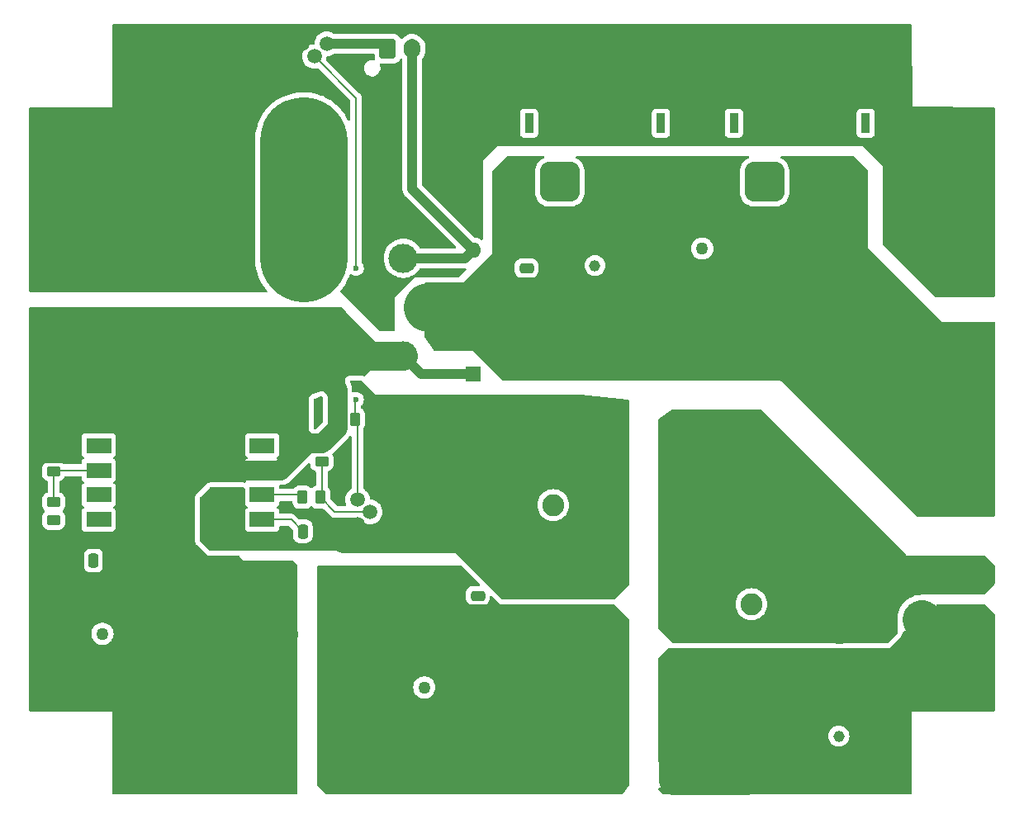
<source format=gtl>
%TF.GenerationSoftware,KiCad,Pcbnew,8.0.1*%
%TF.CreationDate,2024-05-22T17:07:33+09:00*%
%TF.ProjectId,power_bord,706f7765-725f-4626-9f72-642e6b696361,rev?*%
%TF.SameCoordinates,Original*%
%TF.FileFunction,Copper,L1,Top*%
%TF.FilePolarity,Positive*%
%FSLAX46Y46*%
G04 Gerber Fmt 4.6, Leading zero omitted, Abs format (unit mm)*
G04 Created by KiCad (PCBNEW 8.0.1) date 2024-05-22 17:07:33*
%MOMM*%
%LPD*%
G01*
G04 APERTURE LIST*
G04 Aperture macros list*
%AMRoundRect*
0 Rectangle with rounded corners*
0 $1 Rounding radius*
0 $2 $3 $4 $5 $6 $7 $8 $9 X,Y pos of 4 corners*
0 Add a 4 corners polygon primitive as box body*
4,1,4,$2,$3,$4,$5,$6,$7,$8,$9,$2,$3,0*
0 Add four circle primitives for the rounded corners*
1,1,$1+$1,$2,$3*
1,1,$1+$1,$4,$5*
1,1,$1+$1,$6,$7*
1,1,$1+$1,$8,$9*
0 Add four rect primitives between the rounded corners*
20,1,$1+$1,$2,$3,$4,$5,0*
20,1,$1+$1,$4,$5,$6,$7,0*
20,1,$1+$1,$6,$7,$8,$9,0*
20,1,$1+$1,$8,$9,$2,$3,0*%
G04 Aperture macros list end*
%TA.AperFunction,ComponentPad*%
%ADD10C,1.500000*%
%TD*%
%TA.AperFunction,SMDPad,CuDef*%
%ADD11R,2.537460X1.518920*%
%TD*%
%TA.AperFunction,ComponentPad*%
%ADD12C,4.000000*%
%TD*%
%TA.AperFunction,ComponentPad*%
%ADD13C,3.000000*%
%TD*%
%TA.AperFunction,ComponentPad*%
%ADD14R,0.900000X2.000000*%
%TD*%
%TA.AperFunction,ComponentPad*%
%ADD15RoundRect,1.025000X-1.025000X-1.025000X1.025000X-1.025000X1.025000X1.025000X-1.025000X1.025000X0*%
%TD*%
%TA.AperFunction,ComponentPad*%
%ADD16C,4.100000*%
%TD*%
%TA.AperFunction,ComponentPad*%
%ADD17C,0.800000*%
%TD*%
%TA.AperFunction,ComponentPad*%
%ADD18C,6.400000*%
%TD*%
%TA.AperFunction,SMDPad,CuDef*%
%ADD19RoundRect,0.250000X0.262500X0.450000X-0.262500X0.450000X-0.262500X-0.450000X0.262500X-0.450000X0*%
%TD*%
%TA.AperFunction,SMDPad,CuDef*%
%ADD20RoundRect,0.250000X-0.250000X-0.475000X0.250000X-0.475000X0.250000X0.475000X-0.250000X0.475000X0*%
%TD*%
%TA.AperFunction,SMDPad,CuDef*%
%ADD21R,1.300000X1.600000*%
%TD*%
%TA.AperFunction,ComponentPad*%
%ADD22R,1.150000X1.150000*%
%TD*%
%TA.AperFunction,ComponentPad*%
%ADD23C,1.150000*%
%TD*%
%TA.AperFunction,SMDPad,CuDef*%
%ADD24RoundRect,0.250000X0.250000X0.475000X-0.250000X0.475000X-0.250000X-0.475000X0.250000X-0.475000X0*%
%TD*%
%TA.AperFunction,ComponentPad*%
%ADD25RoundRect,0.250000X-0.600000X-0.750000X0.600000X-0.750000X0.600000X0.750000X-0.600000X0.750000X0*%
%TD*%
%TA.AperFunction,ComponentPad*%
%ADD26O,1.700000X2.000000*%
%TD*%
%TA.AperFunction,SMDPad,CuDef*%
%ADD27RoundRect,0.250000X0.450000X-0.262500X0.450000X0.262500X-0.450000X0.262500X-0.450000X-0.262500X0*%
%TD*%
%TA.AperFunction,ComponentPad*%
%ADD28C,2.250000*%
%TD*%
%TA.AperFunction,ComponentPad*%
%ADD29C,1.100000*%
%TD*%
%TA.AperFunction,SMDPad,CuDef*%
%ADD30RoundRect,0.250000X-0.262500X-0.450000X0.262500X-0.450000X0.262500X0.450000X-0.262500X0.450000X0*%
%TD*%
%TA.AperFunction,ComponentPad*%
%ADD31R,1.275000X1.275000*%
%TD*%
%TA.AperFunction,ComponentPad*%
%ADD32C,1.275000*%
%TD*%
%TA.AperFunction,SMDPad,CuDef*%
%ADD33RoundRect,0.250000X0.475000X-0.250000X0.475000X0.250000X-0.475000X0.250000X-0.475000X-0.250000X0*%
%TD*%
%TA.AperFunction,ComponentPad*%
%ADD34R,1.381000X1.381000*%
%TD*%
%TA.AperFunction,ComponentPad*%
%ADD35C,1.381000*%
%TD*%
%TA.AperFunction,ComponentPad*%
%ADD36R,1.600000X1.600000*%
%TD*%
%TA.AperFunction,ComponentPad*%
%ADD37O,1.600000X1.600000*%
%TD*%
%TA.AperFunction,ViaPad*%
%ADD38C,0.600000*%
%TD*%
%TA.AperFunction,Conductor*%
%ADD39C,8.000000*%
%TD*%
%TA.AperFunction,Conductor*%
%ADD40C,3.000000*%
%TD*%
%TA.AperFunction,Conductor*%
%ADD41C,2.000000*%
%TD*%
%TA.AperFunction,Conductor*%
%ADD42C,1.000000*%
%TD*%
%TA.AperFunction,Conductor*%
%ADD43C,0.200000*%
%TD*%
%TA.AperFunction,Conductor*%
%ADD44C,4.000000*%
%TD*%
%TA.AperFunction,Conductor*%
%ADD45C,9.000000*%
%TD*%
%TA.AperFunction,Conductor*%
%ADD46C,5.000000*%
%TD*%
G04 APERTURE END LIST*
D10*
%TO.P,Q2,1,D*%
%TO.N,Net-(J1-Pin_1)*%
X86000000Y-37500000D03*
%TO.P,Q2,2,G*%
%TO.N,Net-(Q1-D)*%
X84730000Y-38800000D03*
%TO.P,Q2,3,S*%
%TO.N,GND*%
X83460000Y-37500000D03*
%TD*%
D11*
%TO.P,U1,8,NC*%
%TO.N,unconnected-(U1-NC-Pad8)*%
X79379460Y-78692540D03*
%TO.P,U1,7,Vcc*%
%TO.N,VCC*%
X79379460Y-81232540D03*
%TO.P,U1,6,Vout*%
%TO.N,Net-(U1-Vout)*%
X79379460Y-83767460D03*
%TO.P,U1,5,delay_c*%
%TO.N,Net-(U1-delay_c)*%
X79379460Y-86307460D03*
%TO.P,U1,4,GND*%
%TO.N,GND*%
X62620540Y-86307460D03*
%TO.P,U1,3,NC*%
%TO.N,unconnected-(U1-NC-Pad3)*%
X62620540Y-83767460D03*
%TO.P,U1,2,Vin*%
%TO.N,Net-(U1-Vin)*%
X62620540Y-81232540D03*
%TO.P,U1,1,NC*%
%TO.N,unconnected-(U1-NC-Pad1)*%
X62620540Y-78692540D03*
%TD*%
D10*
%TO.P,Q1,1,D*%
%TO.N,Net-(Q1-D)*%
X89158000Y-84230000D03*
%TO.P,Q1,2,G*%
%TO.N,Net-(Q1-G)*%
X90458000Y-85500000D03*
%TO.P,Q1,3,S*%
%TO.N,GND*%
X89158000Y-86770000D03*
%TD*%
D12*
%TO.P,K1,11*%
%TO.N,Net-(J2-Pin_2)*%
X96350000Y-64500000D03*
%TO.P,K1,12*%
%TO.N,Net-(K1-Pad12)*%
X83650000Y-59500000D03*
%TO.P,K1,14*%
%TO.N,VCC*%
X83650000Y-69500000D03*
D13*
%TO.P,K1,A1*%
X93850000Y-69500000D03*
%TO.P,K1,A2*%
%TO.N,Net-(D1-A)*%
X93850000Y-59500000D03*
%TD*%
D14*
%TO.P,J2,*%
%TO.N,*%
X127750000Y-45650000D03*
X141250000Y-45650000D03*
D15*
%TO.P,J2,1,Pin_1*%
%TO.N,GND*%
X130900000Y-51650000D03*
D16*
%TO.P,J2,2,Pin_2*%
%TO.N,Net-(J2-Pin_2)*%
X138100000Y-51650000D03*
%TD*%
D17*
%TO.P,H1,1,1*%
%TO.N,VCC*%
X63800000Y-69500000D03*
X63097056Y-71197056D03*
X63097056Y-67802944D03*
X61400000Y-71900000D03*
D18*
X61400000Y-69500000D03*
D17*
X61400000Y-67100000D03*
X59702944Y-71197056D03*
X59702944Y-67802944D03*
X59000000Y-69500000D03*
%TD*%
D14*
%TO.P,J3,*%
%TO.N,*%
X106750000Y-45650000D03*
X120250000Y-45650000D03*
D15*
%TO.P,J3,1,Pin_1*%
%TO.N,GND*%
X109900000Y-51650000D03*
D16*
%TO.P,J3,2,Pin_2*%
%TO.N,Net-(J2-Pin_2)*%
X117100000Y-51650000D03*
%TD*%
D19*
%TO.P,R6,1*%
%TO.N,Net-(Q1-D)*%
X88912500Y-76000000D03*
%TO.P,R6,2*%
%TO.N,VCC*%
X87087500Y-76000000D03*
%TD*%
D20*
%TO.P,C5,1*%
%TO.N,Net-(U1-delay_c)*%
X83550000Y-87500000D03*
%TO.P,C5,2*%
%TO.N,GND*%
X85450000Y-87500000D03*
%TD*%
D21*
%TO.P,C8,1*%
%TO.N,Net-(PS1-VIN)*%
X116300000Y-112500000D03*
%TO.P,C8,2*%
%TO.N,Net-(PS1-+VO)*%
X120700000Y-112500000D03*
%TD*%
D22*
%TO.P,C10,1*%
%TO.N,Net-(J2-Pin_2)*%
X113500000Y-62750000D03*
D23*
%TO.P,C10,2*%
%TO.N,GND*%
X113500000Y-60250000D03*
%TD*%
D24*
%TO.P,C3,1*%
%TO.N,VCC*%
X64000000Y-90500000D03*
%TO.P,C3,2*%
%TO.N,GND*%
X62100000Y-90500000D03*
%TD*%
D25*
%TO.P,J1,1,Pin_1*%
%TO.N,Net-(J1-Pin_1)*%
X92250000Y-38000000D03*
D26*
%TO.P,J1,2,Pin_2*%
%TO.N,Net-(D1-A)*%
X94750000Y-38000000D03*
%TD*%
D27*
%TO.P,R2,1*%
%TO.N,GND*%
X58000000Y-86325000D03*
%TO.P,R2,2*%
%TO.N,Net-(U1-Vin)*%
X58000000Y-84500000D03*
%TD*%
D17*
%TO.P,H2,1,1*%
%TO.N,GND*%
X63300000Y-53500000D03*
X62597056Y-55197056D03*
X62597056Y-51802944D03*
X60900000Y-55900000D03*
D18*
X60900000Y-53500000D03*
D17*
X60900000Y-51100000D03*
X59202944Y-55197056D03*
X59202944Y-51802944D03*
X58500000Y-53500000D03*
%TD*%
D28*
%TO.P,PS1,1,CTRL*%
%TO.N,unconnected-(PS1-CTRL-Pad1)*%
X109220000Y-84800000D03*
%TO.P,PS1,2,GND*%
%TO.N,GND*%
X109220000Y-92420000D03*
%TO.P,PS1,3,VIN*%
%TO.N,Net-(PS1-VIN)*%
X109220000Y-97500000D03*
%TO.P,PS1,4,+VO*%
%TO.N,Net-(PS1-+VO)*%
X129540000Y-105120000D03*
%TO.P,PS1,5,TRIM*%
%TO.N,unconnected-(PS1-TRIM-Pad5)*%
X129540000Y-94960000D03*
%TO.P,PS1,6,0V*%
%TO.N,Net-(PS1-0V)*%
X129540000Y-84800000D03*
%TD*%
D29*
%TO.P,R3,1,1*%
%TO.N,GND*%
X75750000Y-51310000D03*
%TO.P,R3,2,2*%
%TO.N,Net-(K1-Pad12)*%
X83250000Y-51310000D03*
%TO.P,R3,3,3*%
X83250000Y-47500000D03*
%TO.P,R3,4,4*%
%TO.N,GND*%
X75750000Y-47500000D03*
%TD*%
D22*
%TO.P,C12,1*%
%TO.N,Net-(PS1-+VO)*%
X138500000Y-106000000D03*
D23*
%TO.P,C12,2*%
%TO.N,Net-(PS1-0V)*%
X138500000Y-108500000D03*
%TD*%
D30*
%TO.P,R4,1*%
%TO.N,Net-(U1-Vout)*%
X83500000Y-84000000D03*
%TO.P,R4,2*%
%TO.N,Net-(Q1-G)*%
X85325000Y-84000000D03*
%TD*%
D17*
%TO.P,H6,1,1*%
%TO.N,GND*%
X152300000Y-60000000D03*
X151597056Y-61697056D03*
X151597056Y-58302944D03*
X149900000Y-62400000D03*
D18*
X149900000Y-60000000D03*
D17*
X149900000Y-57600000D03*
X148202944Y-61697056D03*
X148202944Y-58302944D03*
X147500000Y-60000000D03*
%TD*%
D31*
%TO.P,C11,1*%
%TO.N,Net-(J2-Pin_2)*%
X124500000Y-63500000D03*
D32*
%TO.P,C11,2*%
%TO.N,GND*%
X124500000Y-58500000D03*
%TD*%
D21*
%TO.P,C7,1*%
%TO.N,GND*%
X116300000Y-78000000D03*
%TO.P,C7,2*%
%TO.N,Net-(PS1-0V)*%
X120700000Y-78000000D03*
%TD*%
D33*
%TO.P,C6,1*%
%TO.N,Net-(PS1-VIN)*%
X101500000Y-96000000D03*
%TO.P,C6,2*%
%TO.N,GND*%
X101500000Y-94100000D03*
%TD*%
D34*
%TO.P,L1,1,1*%
%TO.N,VCC*%
X81500000Y-98000000D03*
D35*
%TO.P,L1,2,2*%
%TO.N,Net-(PS1-VIN)*%
X86500000Y-98000000D03*
%TD*%
D36*
%TO.P,D1,1,K*%
%TO.N,VCC*%
X101000000Y-71350000D03*
D37*
%TO.P,D1,2,A*%
%TO.N,Net-(D1-A)*%
X101000000Y-58650000D03*
%TD*%
D13*
%TO.P,J4,1,1*%
%TO.N,Net-(PS1-0V)*%
X141000000Y-96500000D03*
%TO.P,J4,2,2*%
%TO.N,Net-(PS1-+VO)*%
X147000000Y-96500000D03*
%TO.P,J4,3,3*%
%TO.N,Net-(PS1-0V)*%
X144000000Y-91800000D03*
%TD*%
D27*
%TO.P,R1,1*%
%TO.N,Net-(U1-Vin)*%
X58000000Y-81325000D03*
%TO.P,R1,2*%
%TO.N,VCC*%
X58000000Y-79500000D03*
%TD*%
D31*
%TO.P,C1,1*%
%TO.N,VCC*%
X73500000Y-66500000D03*
D32*
%TO.P,C1,2*%
%TO.N,GND*%
X73500000Y-61500000D03*
%TD*%
D33*
%TO.P,C9,1*%
%TO.N,Net-(J2-Pin_2)*%
X106500000Y-62400000D03*
%TO.P,C9,2*%
%TO.N,GND*%
X106500000Y-60500000D03*
%TD*%
D31*
%TO.P,C4,1*%
%TO.N,Net-(PS1-VIN)*%
X96000000Y-108500000D03*
D32*
%TO.P,C4,2*%
%TO.N,GND*%
X96000000Y-103500000D03*
%TD*%
D31*
%TO.P,C2,1*%
%TO.N,VCC*%
X68000000Y-98000000D03*
D32*
%TO.P,C2,2*%
%TO.N,GND*%
X63000000Y-98000000D03*
%TD*%
D27*
%TO.P,R5,1*%
%TO.N,Net-(Q1-G)*%
X85500000Y-80325000D03*
%TO.P,R5,2*%
%TO.N,VCC*%
X85500000Y-78500000D03*
%TD*%
D17*
%TO.P,H5,1,1*%
%TO.N,Net-(J2-Pin_2)*%
X152300000Y-71652944D03*
X151597056Y-73350000D03*
X151597056Y-69955888D03*
X149900000Y-74052944D03*
D18*
X149900000Y-71652944D03*
D17*
X149900000Y-69252944D03*
X148202944Y-73350000D03*
X148202944Y-69955888D03*
X147500000Y-71652944D03*
%TD*%
D38*
%TO.N,GND*%
X88000000Y-79000000D03*
X61000000Y-48000000D03*
X115000000Y-88500000D03*
X62000000Y-90500000D03*
X153000000Y-56500000D03*
X91000000Y-63500000D03*
X102500000Y-90500000D03*
X116000000Y-76500000D03*
X57000000Y-59000000D03*
X73500000Y-47000000D03*
X153500000Y-62500000D03*
X143500000Y-41000000D03*
X146000000Y-56500000D03*
X70500000Y-61500000D03*
X116000000Y-79500000D03*
X62500000Y-86500000D03*
X100500000Y-81500000D03*
X116000000Y-41500000D03*
X96500000Y-85500000D03*
X107500000Y-93500000D03*
X111500000Y-93500000D03*
X84000000Y-81500000D03*
X85500000Y-86000000D03*
X87500000Y-83000000D03*
X85000000Y-75500000D03*
X81000000Y-37500000D03*
X76500000Y-61500000D03*
X82000000Y-85000000D03*
X100500000Y-75000000D03*
X149500000Y-49500000D03*
X91500000Y-51500000D03*
X65000000Y-48000000D03*
X106500000Y-60500000D03*
X101500000Y-94000000D03*
X58000000Y-86500000D03*
X70000000Y-39500000D03*
X108000000Y-91000000D03*
X81500000Y-89000000D03*
X65500000Y-54000000D03*
X101000000Y-54000000D03*
X61000000Y-59000000D03*
X73500000Y-51000000D03*
X74500000Y-84500000D03*
X56500000Y-53500000D03*
X112000000Y-80500000D03*
X91000000Y-75000000D03*
X91500000Y-42500000D03*
X102500000Y-42500000D03*
X73500000Y-59000000D03*
X109500000Y-40500000D03*
X75000000Y-88500000D03*
X91500000Y-80500000D03*
X134000000Y-41000000D03*
X111000000Y-91500000D03*
X76500000Y-84500000D03*
X111500000Y-74500000D03*
X124000000Y-40000000D03*
X56500000Y-48000000D03*
X65000000Y-59000000D03*
%TO.N,Net-(PS1-0V)*%
X140000000Y-94000000D03*
X122000000Y-85500000D03*
X130500000Y-90500000D03*
X129500000Y-83000000D03*
X153000000Y-92000000D03*
X120500000Y-76500000D03*
X142000000Y-92000000D03*
X129000000Y-77500000D03*
X129500000Y-86500000D03*
X131500000Y-85000000D03*
X144000000Y-89500000D03*
X139500000Y-88500000D03*
X123500000Y-91500000D03*
X134500000Y-82500000D03*
X127500000Y-85000000D03*
X138500000Y-97000000D03*
X144000000Y-97000000D03*
X120500000Y-79500000D03*
X144000000Y-94500000D03*
X123500000Y-97000000D03*
X146500000Y-92000000D03*
%TO.N,Net-(Q1-D)*%
X89000000Y-60500000D03*
X89000000Y-74000000D03*
%TD*%
D39*
%TO.N,VCC*%
X61400000Y-69500000D02*
X83650000Y-69500000D01*
D40*
%TO.N,GND*%
X105250000Y-88250000D02*
X87750000Y-88250000D01*
X109220000Y-92420000D02*
X108000000Y-91200000D01*
X108000000Y-91200000D02*
X108000000Y-91000000D01*
X107800000Y-91000000D02*
X105500000Y-88700000D01*
X108000000Y-91000000D02*
X107800000Y-91000000D01*
X105500000Y-88700000D02*
X105500000Y-88500000D01*
X105500000Y-88500000D02*
X105250000Y-88250000D01*
D41*
%TO.N,VCC*%
X87087500Y-72937500D02*
X83650000Y-69500000D01*
D42*
X84380730Y-78500000D02*
X83650000Y-79230730D01*
D41*
X87087500Y-76912500D02*
X85500000Y-78500000D01*
X85500000Y-78500000D02*
X84000190Y-78500000D01*
D40*
X68000000Y-98000000D02*
X81500000Y-98000000D01*
D41*
X64000000Y-90500000D02*
X64000000Y-94000000D01*
D42*
X79379460Y-81232540D02*
X79888730Y-81232540D01*
D41*
X64000000Y-89000000D02*
X72450000Y-80550000D01*
X64000000Y-94000000D02*
X68000000Y-98000000D01*
X79379460Y-81232540D02*
X73132540Y-81232540D01*
D40*
X80650000Y-66500000D02*
X83650000Y-69500000D01*
D41*
X58000000Y-79500000D02*
X59500000Y-79500000D01*
D42*
X85500000Y-78500000D02*
X84380730Y-78500000D01*
D41*
X87087500Y-76000000D02*
X87087500Y-76912500D01*
D42*
X101000000Y-71350000D02*
X95700000Y-71350000D01*
X81648190Y-81232540D02*
X79379460Y-81232540D01*
D40*
X93850000Y-69500000D02*
X83650000Y-69500000D01*
D41*
X56500000Y-79500000D02*
X61400000Y-74600000D01*
X87087500Y-76000000D02*
X87087500Y-72937500D01*
D42*
X95700000Y-71350000D02*
X93850000Y-69500000D01*
X83650000Y-79230730D02*
X81648190Y-81232540D01*
D41*
X72450000Y-80550000D02*
X61400000Y-69500000D01*
X73132540Y-81232540D02*
X72450000Y-80550000D01*
X61400000Y-74600000D02*
X61400000Y-69500000D01*
D42*
X83650000Y-69500000D02*
X83650000Y-76650000D01*
X83650000Y-69500000D02*
X83650000Y-79230730D01*
D40*
X73500000Y-66500000D02*
X80650000Y-66500000D01*
D41*
X58000000Y-79500000D02*
X56500000Y-79500000D01*
X64000000Y-90500000D02*
X64000000Y-89000000D01*
X81267650Y-81232540D02*
X79379460Y-81232540D01*
X84000190Y-78500000D02*
X81267650Y-81232540D01*
D43*
%TO.N,Net-(U1-delay_c)*%
X82357460Y-86307460D02*
X83550000Y-87500000D01*
X79379460Y-86307460D02*
X82357460Y-86307460D01*
D44*
%TO.N,Net-(PS1-VIN)*%
X107000000Y-97500000D02*
X96000000Y-108500000D01*
X109220000Y-97500000D02*
X107000000Y-97500000D01*
D41*
X101500000Y-96000000D02*
X88500000Y-96000000D01*
D40*
X86500000Y-99000000D02*
X96000000Y-108500000D01*
D41*
X107720000Y-96000000D02*
X109220000Y-97500000D01*
X88500000Y-96000000D02*
X86500000Y-98000000D01*
X101500000Y-96000000D02*
X107720000Y-96000000D01*
D40*
X86500000Y-98000000D02*
X86500000Y-99000000D01*
D44*
%TO.N,Net-(PS1-0V)*%
X131500000Y-85000000D02*
X131240000Y-86500000D01*
X134500000Y-89760000D02*
X134500000Y-96500000D01*
X138800000Y-96700000D02*
X141234925Y-96700000D01*
X140000000Y-94000000D02*
X142000000Y-92000000D01*
X142000000Y-92000000D02*
X146500000Y-92000000D01*
X141234925Y-95000000D02*
X140000000Y-94000000D01*
X129500000Y-84760000D02*
X127500000Y-85000000D01*
X146500000Y-92000000D02*
X144234925Y-92000000D01*
X138200000Y-96700000D02*
X138500000Y-97000000D01*
X141234925Y-96700000D02*
X141234925Y-95000000D01*
X129500000Y-84760000D02*
X129540000Y-84800000D01*
X127740000Y-83000000D02*
X129500000Y-83000000D01*
X131240000Y-86500000D02*
X134500000Y-89760000D01*
X129500000Y-83000000D02*
X129500000Y-84760000D01*
X122740000Y-78000000D02*
X127740000Y-83000000D01*
X134700000Y-96700000D02*
X138200000Y-96700000D01*
X129540000Y-84800000D02*
X129500000Y-84760000D01*
X129500000Y-86500000D02*
X131500000Y-85000000D01*
X138500000Y-97000000D02*
X138800000Y-96700000D01*
X127500000Y-85000000D02*
X129500000Y-86500000D01*
X134500000Y-96500000D02*
X134700000Y-96700000D01*
%TO.N,Net-(PS1-+VO)*%
X148500000Y-98000000D02*
X148500000Y-99000000D01*
X147000000Y-96500000D02*
X148500000Y-98000000D01*
D42*
X120700000Y-112500000D02*
X122160000Y-112500000D01*
D40*
X129330000Y-105330000D02*
X129540000Y-105120000D01*
X121500000Y-113000000D02*
X129000000Y-113000000D01*
D44*
X142380000Y-105120000D02*
X129540000Y-105120000D01*
X148500000Y-99000000D02*
X142380000Y-105120000D01*
D40*
X129000000Y-113000000D02*
X129330000Y-112670000D01*
X121500000Y-105000000D02*
X121500000Y-113000000D01*
D42*
X122160000Y-112500000D02*
X129540000Y-105120000D01*
D40*
X129330000Y-112670000D02*
X129330000Y-105330000D01*
D42*
%TO.N,Net-(J1-Pin_1)*%
X92250000Y-37475000D02*
X86025000Y-37475000D01*
X86025000Y-37475000D02*
X86000000Y-37500000D01*
D45*
%TO.N,Net-(K1-Pad12)*%
X83650000Y-59500000D02*
X83650000Y-47495000D01*
D39*
X83650000Y-47495000D02*
X83250000Y-47095000D01*
D43*
%TO.N,Net-(Q1-G)*%
X86825000Y-85500000D02*
X90458000Y-85500000D01*
X85325000Y-84000000D02*
X86825000Y-85500000D01*
X85500000Y-80325000D02*
X85500000Y-83825000D01*
X85500000Y-83825000D02*
X85325000Y-84000000D01*
%TO.N,Net-(Q1-D)*%
X89000000Y-60500000D02*
X89000000Y-43070000D01*
X89158000Y-84230000D02*
X89158000Y-76245500D01*
X88912500Y-76000000D02*
X88912500Y-74087500D01*
X89000000Y-43070000D02*
X84730000Y-38800000D01*
X89158000Y-76245500D02*
X88912500Y-76000000D01*
X88912500Y-74087500D02*
X89000000Y-74000000D01*
X89000000Y-84072000D02*
X89158000Y-84230000D01*
%TO.N,Net-(U1-Vin)*%
X58267460Y-81232540D02*
X62620540Y-81232540D01*
X58175000Y-81325000D02*
X58267460Y-81232540D01*
X58000000Y-81325000D02*
X58175000Y-81325000D01*
X58000000Y-81325000D02*
X58000000Y-84500000D01*
%TO.N,Net-(U1-Vout)*%
X83267460Y-83767460D02*
X83500000Y-84000000D01*
X79379460Y-83767460D02*
X83267460Y-83767460D01*
D46*
%TO.N,Net-(J2-Pin_2)*%
X142747056Y-64500000D02*
X149900000Y-71652944D01*
X96350000Y-64500000D02*
X142747056Y-64500000D01*
D42*
%TO.N,Net-(D1-A)*%
X93850000Y-59500000D02*
X100150000Y-59500000D01*
X100150000Y-59500000D02*
X101000000Y-58650000D01*
X94750000Y-52400000D02*
X101000000Y-58650000D01*
X94750000Y-37475000D02*
X94750000Y-52400000D01*
%TD*%
%TA.AperFunction,Conductor*%
%TO.N,GND*%
G36*
X89515677Y-72019685D02*
G01*
X89536319Y-72036319D01*
X91000000Y-73500000D01*
X111993812Y-73500000D01*
X112006150Y-73500615D01*
X116888340Y-73988834D01*
X116953087Y-74015091D01*
X116993360Y-74072186D01*
X117000000Y-74112218D01*
X117000000Y-92948638D01*
X116980315Y-93015677D01*
X116963681Y-93036319D01*
X115536319Y-94463681D01*
X115474996Y-94497166D01*
X115448638Y-94500000D01*
X107849321Y-94500000D01*
X107839598Y-94499618D01*
X107838098Y-94499500D01*
X107838092Y-94499500D01*
X104050862Y-94499500D01*
X103983823Y-94479815D01*
X103963181Y-94463181D01*
X99000000Y-89500000D01*
X74051362Y-89500000D01*
X73984323Y-89480315D01*
X73963681Y-89463681D01*
X73036319Y-88536319D01*
X73002834Y-88474996D01*
X73000000Y-88448638D01*
X73000000Y-84051362D01*
X73019685Y-83984323D01*
X73036319Y-83963681D01*
X73963681Y-83036319D01*
X74025004Y-83002834D01*
X74051362Y-83000000D01*
X77486230Y-83000000D01*
X77553269Y-83019685D01*
X77599024Y-83072489D01*
X77610230Y-83124000D01*
X77610230Y-84574790D01*
X77610231Y-84574796D01*
X77616638Y-84634403D01*
X77666932Y-84769248D01*
X77666936Y-84769255D01*
X77753182Y-84884464D01*
X77753183Y-84884464D01*
X77753184Y-84884466D01*
X77766182Y-84894196D01*
X77824955Y-84938194D01*
X77866825Y-84994128D01*
X77871809Y-85063819D01*
X77838323Y-85125142D01*
X77824955Y-85136726D01*
X77753182Y-85190455D01*
X77666936Y-85305664D01*
X77666932Y-85305671D01*
X77616638Y-85440517D01*
X77610243Y-85500002D01*
X77610231Y-85500123D01*
X77610230Y-85500135D01*
X77610230Y-87114790D01*
X77610231Y-87114796D01*
X77616638Y-87174403D01*
X77666932Y-87309248D01*
X77666936Y-87309255D01*
X77753182Y-87424464D01*
X77753185Y-87424467D01*
X77868394Y-87510713D01*
X77868401Y-87510717D01*
X78003247Y-87561011D01*
X78003246Y-87561011D01*
X78010174Y-87561755D01*
X78062857Y-87567420D01*
X80696062Y-87567419D01*
X80755673Y-87561011D01*
X80890521Y-87510716D01*
X81005736Y-87424466D01*
X81091986Y-87309251D01*
X81142281Y-87174403D01*
X81148690Y-87114793D01*
X81148690Y-87031960D01*
X81168375Y-86964921D01*
X81221179Y-86919166D01*
X81272690Y-86907960D01*
X82057363Y-86907960D01*
X82124402Y-86927645D01*
X82145044Y-86944279D01*
X82513181Y-87312416D01*
X82546666Y-87373739D01*
X82549500Y-87400097D01*
X82549500Y-88025001D01*
X82549501Y-88025019D01*
X82560000Y-88127796D01*
X82560001Y-88127799D01*
X82588422Y-88213566D01*
X82615186Y-88294334D01*
X82707288Y-88443656D01*
X82831344Y-88567712D01*
X82980666Y-88659814D01*
X83147203Y-88714999D01*
X83249991Y-88725500D01*
X83850008Y-88725499D01*
X83850016Y-88725498D01*
X83850019Y-88725498D01*
X83906302Y-88719748D01*
X83952797Y-88714999D01*
X84119334Y-88659814D01*
X84268656Y-88567712D01*
X84392712Y-88443656D01*
X84484814Y-88294334D01*
X84539999Y-88127797D01*
X84550500Y-88025009D01*
X84550499Y-86974992D01*
X84545662Y-86927645D01*
X84539999Y-86872203D01*
X84539998Y-86872200D01*
X84494934Y-86736207D01*
X84484814Y-86705666D01*
X84392712Y-86556344D01*
X84268656Y-86432288D01*
X84136416Y-86350722D01*
X84119336Y-86340187D01*
X84119331Y-86340185D01*
X84117862Y-86339698D01*
X83952797Y-86285001D01*
X83952795Y-86285000D01*
X83850010Y-86274500D01*
X83249999Y-86274500D01*
X83249983Y-86274501D01*
X83239413Y-86275581D01*
X83170721Y-86262807D01*
X83139138Y-86239903D01*
X82845050Y-85945815D01*
X82845048Y-85945812D01*
X82726177Y-85826941D01*
X82726176Y-85826940D01*
X82639364Y-85776820D01*
X82639364Y-85776819D01*
X82639360Y-85776818D01*
X82589245Y-85747883D01*
X82436517Y-85706959D01*
X82278403Y-85706959D01*
X82270807Y-85706959D01*
X82270791Y-85706960D01*
X81272689Y-85706960D01*
X81205650Y-85687275D01*
X81159895Y-85634471D01*
X81148689Y-85582960D01*
X81148689Y-85500129D01*
X81148688Y-85500123D01*
X81148687Y-85500116D01*
X81142281Y-85440517D01*
X81091986Y-85305669D01*
X81091985Y-85305668D01*
X81091983Y-85305664D01*
X81013256Y-85200500D01*
X81005736Y-85190454D01*
X80933963Y-85136725D01*
X80892094Y-85080793D01*
X80887110Y-85011101D01*
X80920595Y-84949778D01*
X80933958Y-84938198D01*
X81005736Y-84884466D01*
X81091986Y-84769251D01*
X81142281Y-84634403D01*
X81148690Y-84574793D01*
X81148690Y-84491960D01*
X81168375Y-84424921D01*
X81221179Y-84379166D01*
X81272690Y-84367960D01*
X82363001Y-84367960D01*
X82430040Y-84387645D01*
X82475795Y-84440449D01*
X82487001Y-84491960D01*
X82487001Y-84500018D01*
X82497500Y-84602796D01*
X82497501Y-84602799D01*
X82552658Y-84769251D01*
X82552686Y-84769334D01*
X82644788Y-84918656D01*
X82768844Y-85042712D01*
X82918166Y-85134814D01*
X83084703Y-85189999D01*
X83187491Y-85200500D01*
X83812508Y-85200499D01*
X83812516Y-85200498D01*
X83812519Y-85200498D01*
X83868802Y-85194748D01*
X83915297Y-85189999D01*
X84081834Y-85134814D01*
X84231156Y-85042712D01*
X84324819Y-84949049D01*
X84386142Y-84915564D01*
X84455834Y-84920548D01*
X84500181Y-84949049D01*
X84593844Y-85042712D01*
X84743166Y-85134814D01*
X84909703Y-85189999D01*
X85012491Y-85200500D01*
X85624902Y-85200499D01*
X85691941Y-85220183D01*
X85712583Y-85236818D01*
X86340139Y-85864374D01*
X86340149Y-85864385D01*
X86344479Y-85868715D01*
X86344480Y-85868716D01*
X86456284Y-85980520D01*
X86456286Y-85980521D01*
X86456290Y-85980524D01*
X86593209Y-86059573D01*
X86593216Y-86059577D01*
X86705019Y-86089534D01*
X86745942Y-86100500D01*
X86745943Y-86100500D01*
X89287345Y-86100500D01*
X89354384Y-86120185D01*
X89388917Y-86153373D01*
X89496402Y-86306877D01*
X89651123Y-86461598D01*
X89830361Y-86587102D01*
X90028670Y-86679575D01*
X90240023Y-86736207D01*
X90422926Y-86752208D01*
X90457998Y-86755277D01*
X90458000Y-86755277D01*
X90458002Y-86755277D01*
X90486254Y-86752805D01*
X90675977Y-86736207D01*
X90887330Y-86679575D01*
X91085639Y-86587102D01*
X91264877Y-86461598D01*
X91419598Y-86306877D01*
X91545102Y-86127639D01*
X91637575Y-85929330D01*
X91694207Y-85717977D01*
X91713277Y-85500000D01*
X91694207Y-85282023D01*
X91652171Y-85125142D01*
X91637577Y-85070677D01*
X91637576Y-85070676D01*
X91637575Y-85070670D01*
X91545102Y-84872362D01*
X91545100Y-84872359D01*
X91545099Y-84872357D01*
X91494434Y-84800000D01*
X107589474Y-84800000D01*
X107609547Y-85055064D01*
X107609547Y-85055067D01*
X107609548Y-85055070D01*
X107664035Y-85282020D01*
X107669279Y-85303864D01*
X107767188Y-85540239D01*
X107767190Y-85540242D01*
X107900875Y-85758396D01*
X107900878Y-85758401D01*
X107959416Y-85826940D01*
X108067044Y-85952956D01*
X108191579Y-86059319D01*
X108261598Y-86119121D01*
X108261600Y-86119122D01*
X108261601Y-86119123D01*
X108275498Y-86127639D01*
X108479757Y-86252809D01*
X108479760Y-86252811D01*
X108690706Y-86340187D01*
X108716140Y-86350722D01*
X108964930Y-86410452D01*
X109220000Y-86430526D01*
X109475070Y-86410452D01*
X109723860Y-86350722D01*
X109907874Y-86274501D01*
X109960239Y-86252811D01*
X109960240Y-86252810D01*
X109960243Y-86252809D01*
X110178399Y-86119123D01*
X110372956Y-85952956D01*
X110539123Y-85758399D01*
X110672809Y-85540243D01*
X110689478Y-85500002D01*
X110769972Y-85305671D01*
X110770722Y-85303860D01*
X110830452Y-85055070D01*
X110850526Y-84800000D01*
X110830452Y-84544930D01*
X110770722Y-84296140D01*
X110770720Y-84296135D01*
X110672811Y-84059760D01*
X110672809Y-84059757D01*
X110539124Y-83841603D01*
X110539121Y-83841598D01*
X110479319Y-83771579D01*
X110372956Y-83647044D01*
X110200780Y-83499992D01*
X110178401Y-83480878D01*
X110178396Y-83480875D01*
X109960242Y-83347190D01*
X109960239Y-83347188D01*
X109723864Y-83249279D01*
X109723860Y-83249278D01*
X109475070Y-83189548D01*
X109475067Y-83189547D01*
X109475064Y-83189547D01*
X109220000Y-83169474D01*
X108964935Y-83189547D01*
X108964931Y-83189547D01*
X108964930Y-83189548D01*
X108840535Y-83219413D01*
X108716135Y-83249279D01*
X108479760Y-83347188D01*
X108479757Y-83347190D01*
X108261603Y-83480875D01*
X108261598Y-83480878D01*
X108067044Y-83647044D01*
X107900878Y-83841598D01*
X107900875Y-83841603D01*
X107767190Y-84059757D01*
X107767188Y-84059760D01*
X107669279Y-84296135D01*
X107609547Y-84544935D01*
X107589474Y-84800000D01*
X91494434Y-84800000D01*
X91419599Y-84693124D01*
X91360877Y-84634402D01*
X91264877Y-84538402D01*
X91085639Y-84412898D01*
X91085640Y-84412898D01*
X91085638Y-84412897D01*
X90986484Y-84366661D01*
X90887330Y-84320425D01*
X90887326Y-84320424D01*
X90887322Y-84320422D01*
X90675977Y-84263793D01*
X90517881Y-84249961D01*
X90452813Y-84224508D01*
X90411834Y-84167917D01*
X90405162Y-84137244D01*
X90394207Y-84012023D01*
X90348543Y-83841603D01*
X90337577Y-83800677D01*
X90337576Y-83800676D01*
X90337575Y-83800670D01*
X90245102Y-83602362D01*
X90245100Y-83602359D01*
X90245099Y-83602357D01*
X90119599Y-83423124D01*
X90043663Y-83347188D01*
X89964877Y-83268402D01*
X89937565Y-83249278D01*
X89811376Y-83160918D01*
X89767751Y-83106341D01*
X89758500Y-83059344D01*
X89758500Y-76968757D01*
X89776960Y-76903661D01*
X89859814Y-76769334D01*
X89914999Y-76602797D01*
X89925500Y-76500009D01*
X89925499Y-75499992D01*
X89914999Y-75397203D01*
X89859814Y-75230666D01*
X89767712Y-75081344D01*
X89643656Y-74957288D01*
X89643655Y-74957287D01*
X89571902Y-74913029D01*
X89525178Y-74861081D01*
X89513000Y-74807491D01*
X89513000Y-74670440D01*
X89532685Y-74603401D01*
X89549319Y-74582759D01*
X89629816Y-74502262D01*
X89725789Y-74349522D01*
X89785368Y-74179255D01*
X89785369Y-74179249D01*
X89805565Y-74000003D01*
X89805565Y-73999996D01*
X89785369Y-73820750D01*
X89785368Y-73820745D01*
X89750562Y-73721276D01*
X89725789Y-73650478D01*
X89629816Y-73497738D01*
X89502262Y-73370184D01*
X89349523Y-73274211D01*
X89179254Y-73214631D01*
X89179249Y-73214630D01*
X89000004Y-73194435D01*
X88999996Y-73194435D01*
X88820750Y-73214630D01*
X88820742Y-73214632D01*
X88752954Y-73238352D01*
X88683175Y-73241913D01*
X88622548Y-73207184D01*
X88590321Y-73145190D01*
X88588000Y-73121310D01*
X88588000Y-72819402D01*
X88551053Y-72586131D01*
X88525519Y-72507546D01*
X88478068Y-72361508D01*
X88472459Y-72350500D01*
X88472458Y-72350498D01*
X88385736Y-72180294D01*
X88372840Y-72111625D01*
X88399117Y-72046885D01*
X88456224Y-72006628D01*
X88496221Y-72000000D01*
X89448638Y-72000000D01*
X89515677Y-72019685D01*
G37*
%TD.AperFunction*%
%TA.AperFunction,Conductor*%
G36*
X88519921Y-77734731D02*
G01*
X88554278Y-77795570D01*
X88557500Y-77823655D01*
X88557500Y-83059345D01*
X88537815Y-83126384D01*
X88504623Y-83160920D01*
X88351121Y-83268402D01*
X88196402Y-83423121D01*
X88070900Y-83602357D01*
X88070898Y-83602361D01*
X87978426Y-83800668D01*
X87978422Y-83800677D01*
X87921793Y-84012020D01*
X87921793Y-84012023D01*
X87902723Y-84230000D01*
X87921134Y-84440449D01*
X87921793Y-84447975D01*
X87921793Y-84447979D01*
X87978422Y-84659322D01*
X87978427Y-84659336D01*
X88008159Y-84723096D01*
X88018651Y-84792173D01*
X87990131Y-84855957D01*
X87931654Y-84894196D01*
X87895777Y-84899500D01*
X87125097Y-84899500D01*
X87058058Y-84879815D01*
X87037416Y-84863181D01*
X86374318Y-84200083D01*
X86340833Y-84138760D01*
X86337999Y-84112402D01*
X86337999Y-83499998D01*
X86337998Y-83499981D01*
X86327499Y-83397203D01*
X86327498Y-83397200D01*
X86272314Y-83230666D01*
X86180212Y-83081344D01*
X86136819Y-83037951D01*
X86103334Y-82976628D01*
X86100500Y-82950270D01*
X86100500Y-81417800D01*
X86120185Y-81350761D01*
X86172989Y-81305006D01*
X86185482Y-81300099D01*
X86269334Y-81272314D01*
X86418656Y-81180212D01*
X86542712Y-81056156D01*
X86634814Y-80906834D01*
X86689999Y-80740297D01*
X86700500Y-80637509D01*
X86700499Y-80012492D01*
X86689999Y-79909703D01*
X86634814Y-79743166D01*
X86634810Y-79743160D01*
X86634809Y-79743157D01*
X86588640Y-79668306D01*
X86570199Y-79600914D01*
X86591121Y-79534250D01*
X86606492Y-79515533D01*
X88232017Y-77890010D01*
X88333182Y-77750768D01*
X88388512Y-77708104D01*
X88458126Y-77702125D01*
X88519921Y-77734731D01*
G37*
%TD.AperFunction*%
%TA.AperFunction,Conductor*%
G36*
X84218833Y-80505895D02*
G01*
X84274767Y-80547767D01*
X84299184Y-80613231D01*
X84299500Y-80622070D01*
X84299500Y-80637497D01*
X84299501Y-80637519D01*
X84310000Y-80740296D01*
X84310001Y-80740299D01*
X84365185Y-80906831D01*
X84365186Y-80906834D01*
X84457288Y-81056156D01*
X84581344Y-81180212D01*
X84730666Y-81272314D01*
X84814505Y-81300095D01*
X84871948Y-81339866D01*
X84898772Y-81404382D01*
X84899500Y-81417800D01*
X84899500Y-82723840D01*
X84879815Y-82790879D01*
X84827011Y-82836634D01*
X84814505Y-82841545D01*
X84743170Y-82865183D01*
X84743169Y-82865184D01*
X84593842Y-82957289D01*
X84500181Y-83050951D01*
X84438858Y-83084436D01*
X84369166Y-83079452D01*
X84324819Y-83050951D01*
X84231157Y-82957289D01*
X84231156Y-82957288D01*
X84081834Y-82865186D01*
X83915297Y-82810001D01*
X83915295Y-82810000D01*
X83812510Y-82799500D01*
X83187498Y-82799500D01*
X83187480Y-82799501D01*
X83084703Y-82810000D01*
X83084700Y-82810001D01*
X82918168Y-82865185D01*
X82918163Y-82865187D01*
X82768842Y-82957289D01*
X82644787Y-83081344D01*
X82628312Y-83108056D01*
X82576364Y-83154781D01*
X82522773Y-83166960D01*
X81272689Y-83166960D01*
X81205650Y-83147275D01*
X81159895Y-83094471D01*
X81148689Y-83042960D01*
X81148689Y-82960129D01*
X81148688Y-82960123D01*
X81148383Y-82957289D01*
X81142281Y-82900517D01*
X81142225Y-82900366D01*
X81142215Y-82900238D01*
X81140498Y-82892969D01*
X81141676Y-82892690D01*
X81137245Y-82830674D01*
X81170734Y-82769353D01*
X81232060Y-82735872D01*
X81258410Y-82733040D01*
X81385747Y-82733040D01*
X81619018Y-82696093D01*
X81843642Y-82623108D01*
X82054084Y-82515883D01*
X82245160Y-82377057D01*
X84087821Y-80534394D01*
X84149142Y-80500911D01*
X84218833Y-80505895D01*
G37*
%TD.AperFunction*%
%TA.AperFunction,Conductor*%
G36*
X85543455Y-73662800D02*
G01*
X85581696Y-73721276D01*
X85587000Y-73757155D01*
X85587000Y-76239611D01*
X85567315Y-76306650D01*
X85550681Y-76327292D01*
X84914792Y-76963181D01*
X84853469Y-76996666D01*
X84827111Y-76999500D01*
X84774500Y-76999500D01*
X84707461Y-76979815D01*
X84661706Y-76927011D01*
X84650500Y-76875500D01*
X84650500Y-73986326D01*
X84670185Y-73919287D01*
X84722989Y-73873532D01*
X84742400Y-73866553D01*
X85004616Y-73796293D01*
X85373908Y-73661881D01*
X85410594Y-73644773D01*
X85479671Y-73634281D01*
X85543455Y-73662800D01*
G37*
%TD.AperFunction*%
%TD*%
%TA.AperFunction,Conductor*%
%TO.N,GND*%
G36*
X90842540Y-38495185D02*
G01*
X90888295Y-38547989D01*
X90899501Y-38599500D01*
X90899501Y-38800018D01*
X90910000Y-38902796D01*
X90910001Y-38902799D01*
X90942961Y-39002264D01*
X90945363Y-39072092D01*
X90909631Y-39132134D01*
X90847111Y-39163327D01*
X90801065Y-39162886D01*
X90761286Y-39154973D01*
X90733767Y-39149500D01*
X90566233Y-39149500D01*
X90566228Y-39149500D01*
X90401925Y-39182182D01*
X90401917Y-39182184D01*
X90247139Y-39246295D01*
X90107837Y-39339373D01*
X89989373Y-39457837D01*
X89896295Y-39597139D01*
X89832184Y-39751917D01*
X89832182Y-39751925D01*
X89799500Y-39916228D01*
X89799500Y-40083771D01*
X89832182Y-40248074D01*
X89832184Y-40248082D01*
X89896295Y-40402860D01*
X89989373Y-40542162D01*
X90107837Y-40660626D01*
X90200494Y-40722537D01*
X90247137Y-40753703D01*
X90401918Y-40817816D01*
X90566228Y-40850499D01*
X90566232Y-40850500D01*
X90566233Y-40850500D01*
X90733768Y-40850500D01*
X90733769Y-40850499D01*
X90898082Y-40817816D01*
X91052863Y-40753703D01*
X91192162Y-40660626D01*
X91310626Y-40542162D01*
X91403703Y-40402863D01*
X91467816Y-40248082D01*
X91500500Y-40083767D01*
X91500500Y-39916233D01*
X91467816Y-39751918D01*
X91432729Y-39667213D01*
X91425261Y-39597745D01*
X91456536Y-39535265D01*
X91516625Y-39499613D01*
X91559891Y-39496403D01*
X91599991Y-39500500D01*
X92900008Y-39500499D01*
X92908682Y-39499613D01*
X92940105Y-39496403D01*
X93002797Y-39489999D01*
X93169334Y-39434814D01*
X93318656Y-39342712D01*
X93442712Y-39218656D01*
X93519961Y-39093413D01*
X93571909Y-39046689D01*
X93640871Y-39035466D01*
X93704953Y-39063309D01*
X93743810Y-39121378D01*
X93749500Y-39158510D01*
X93749500Y-52498541D01*
X93749500Y-52498543D01*
X93749499Y-52498543D01*
X93787947Y-52691829D01*
X93787950Y-52691839D01*
X93863364Y-52873907D01*
X93863371Y-52873920D01*
X93972859Y-53037780D01*
X93972860Y-53037781D01*
X93972861Y-53037782D01*
X94112218Y-53177139D01*
X94112219Y-53177139D01*
X94119286Y-53184206D01*
X94119285Y-53184206D01*
X94119289Y-53184209D01*
X99222898Y-58287819D01*
X99256383Y-58349142D01*
X99251399Y-58418834D01*
X99209527Y-58474767D01*
X99144063Y-58499184D01*
X99135217Y-58499500D01*
X95656565Y-58499500D01*
X95589526Y-58479815D01*
X95547732Y-58434925D01*
X95537229Y-58415690D01*
X95537224Y-58415682D01*
X95365745Y-58186612D01*
X95365729Y-58186594D01*
X95163405Y-57984270D01*
X95163387Y-57984254D01*
X94934317Y-57812775D01*
X94934309Y-57812770D01*
X94683166Y-57675635D01*
X94683167Y-57675635D01*
X94549988Y-57625962D01*
X94415046Y-57575631D01*
X94415043Y-57575630D01*
X94415037Y-57575628D01*
X94135433Y-57514804D01*
X93850001Y-57494390D01*
X93849999Y-57494390D01*
X93564566Y-57514804D01*
X93284962Y-57575628D01*
X93016833Y-57675635D01*
X92765690Y-57812770D01*
X92765682Y-57812775D01*
X92536612Y-57984254D01*
X92536594Y-57984270D01*
X92334270Y-58186594D01*
X92334254Y-58186612D01*
X92162775Y-58415682D01*
X92162770Y-58415690D01*
X92025635Y-58666833D01*
X91925628Y-58934962D01*
X91864804Y-59214566D01*
X91844390Y-59499998D01*
X91844390Y-59500001D01*
X91864804Y-59785433D01*
X91925628Y-60065037D01*
X92025635Y-60333166D01*
X92162770Y-60584309D01*
X92162775Y-60584317D01*
X92334254Y-60813387D01*
X92334270Y-60813405D01*
X92536594Y-61015729D01*
X92536612Y-61015745D01*
X92765682Y-61187224D01*
X92765690Y-61187229D01*
X93016833Y-61324364D01*
X93016832Y-61324364D01*
X93016836Y-61324365D01*
X93016839Y-61324367D01*
X93284954Y-61424369D01*
X93284960Y-61424370D01*
X93284962Y-61424371D01*
X93564566Y-61485195D01*
X93564568Y-61485195D01*
X93564572Y-61485196D01*
X93818220Y-61503337D01*
X93849999Y-61505610D01*
X93850000Y-61505610D01*
X93850001Y-61505610D01*
X93878595Y-61503564D01*
X94135428Y-61485196D01*
X94415046Y-61424369D01*
X94683161Y-61324367D01*
X94934315Y-61187226D01*
X95163395Y-61015739D01*
X95365739Y-60813395D01*
X95537226Y-60584315D01*
X95547732Y-60565075D01*
X95597137Y-60515669D01*
X95656565Y-60500500D01*
X100200137Y-60500500D01*
X100267176Y-60520185D01*
X100312931Y-60572989D01*
X100322875Y-60642147D01*
X100293850Y-60705703D01*
X100287818Y-60712181D01*
X99536819Y-61463181D01*
X99475496Y-61496666D01*
X99449138Y-61499500D01*
X96181495Y-61499500D01*
X96178022Y-61499695D01*
X96178014Y-61499555D01*
X96170095Y-61500000D01*
X94999999Y-61500000D01*
X93000000Y-63499999D01*
X93000000Y-66876000D01*
X92980315Y-66943039D01*
X92927511Y-66988794D01*
X92876000Y-67000000D01*
X91551362Y-67000000D01*
X91484323Y-66980315D01*
X91463681Y-66963681D01*
X87500000Y-63000000D01*
X87483539Y-62993181D01*
X87439720Y-62980315D01*
X87393965Y-62927511D01*
X87384021Y-62858353D01*
X87411770Y-62796294D01*
X87620942Y-62547013D01*
X87655628Y-62497477D01*
X87871397Y-62189326D01*
X88089723Y-61811174D01*
X88234826Y-61500000D01*
X88274259Y-61415437D01*
X88274263Y-61415427D01*
X88343285Y-61225788D01*
X88347957Y-61212952D01*
X88389382Y-61156690D01*
X88454650Y-61131754D01*
X88523039Y-61146063D01*
X88530442Y-61150365D01*
X88650478Y-61225789D01*
X88820745Y-61285368D01*
X88820750Y-61285369D01*
X88999996Y-61305565D01*
X89000000Y-61305565D01*
X89000004Y-61305565D01*
X89179249Y-61285369D01*
X89179252Y-61285368D01*
X89179255Y-61285368D01*
X89349522Y-61225789D01*
X89502262Y-61129816D01*
X89629816Y-61002262D01*
X89725789Y-60849522D01*
X89785368Y-60679255D01*
X89796066Y-60584309D01*
X89805565Y-60500003D01*
X89805565Y-60499996D01*
X89785369Y-60320750D01*
X89785368Y-60320745D01*
X89726783Y-60153320D01*
X89725789Y-60150478D01*
X89629816Y-59997738D01*
X89629814Y-59997736D01*
X89629813Y-59997734D01*
X89627550Y-59994896D01*
X89626659Y-59992715D01*
X89626111Y-59991842D01*
X89626264Y-59991745D01*
X89601144Y-59930209D01*
X89600500Y-59917587D01*
X89600500Y-43159059D01*
X89600501Y-43159046D01*
X89600501Y-42990945D01*
X89600501Y-42990943D01*
X89559577Y-42838215D01*
X89530639Y-42788095D01*
X89480520Y-42701284D01*
X89368716Y-42589480D01*
X89368715Y-42589479D01*
X89364385Y-42585149D01*
X89364374Y-42585139D01*
X85981117Y-39201882D01*
X85947632Y-39140559D01*
X85949023Y-39082107D01*
X85966207Y-39017977D01*
X85980038Y-38859881D01*
X86005490Y-38794813D01*
X86062081Y-38753834D01*
X86092754Y-38747162D01*
X86217977Y-38736207D01*
X86429330Y-38679575D01*
X86627639Y-38587102D01*
X86683498Y-38547989D01*
X86754998Y-38497925D01*
X86821204Y-38475598D01*
X86826121Y-38475500D01*
X90775501Y-38475500D01*
X90842540Y-38495185D01*
G37*
%TD.AperFunction*%
%TA.AperFunction,Conductor*%
G36*
X145947635Y-35520185D02*
G01*
X145993390Y-35572989D01*
X146004592Y-35623585D01*
X146065800Y-43934200D01*
X154376417Y-43995407D01*
X154443306Y-44015584D01*
X154488671Y-44068724D01*
X154499500Y-44119403D01*
X154499500Y-63376000D01*
X154479815Y-63443039D01*
X154427011Y-63488794D01*
X154375500Y-63500000D01*
X148551362Y-63500000D01*
X148484323Y-63480315D01*
X148463681Y-63463681D01*
X143036319Y-58036319D01*
X143002834Y-57974996D01*
X143000000Y-57948638D01*
X143000000Y-50000000D01*
X141000000Y-48000000D01*
X103500000Y-48000000D01*
X103499999Y-48000000D01*
X102000000Y-49499999D01*
X102000000Y-57524387D01*
X101980315Y-57591426D01*
X101927511Y-57637181D01*
X101858353Y-57647125D01*
X101804877Y-57625962D01*
X101652734Y-57519432D01*
X101652732Y-57519431D01*
X101446497Y-57423261D01*
X101446488Y-57423258D01*
X101226697Y-57364366D01*
X101226687Y-57364364D01*
X101164905Y-57358959D01*
X101099836Y-57333506D01*
X101088032Y-57323112D01*
X95786819Y-52021898D01*
X95753334Y-51960575D01*
X95750500Y-51934217D01*
X95750500Y-46697870D01*
X105799500Y-46697870D01*
X105799501Y-46697876D01*
X105805908Y-46757483D01*
X105856202Y-46892328D01*
X105856206Y-46892335D01*
X105942452Y-47007544D01*
X105942455Y-47007547D01*
X106057664Y-47093793D01*
X106057671Y-47093797D01*
X106192517Y-47144091D01*
X106192516Y-47144091D01*
X106199444Y-47144835D01*
X106252127Y-47150500D01*
X107247872Y-47150499D01*
X107307483Y-47144091D01*
X107442331Y-47093796D01*
X107557546Y-47007546D01*
X107643796Y-46892331D01*
X107694091Y-46757483D01*
X107700500Y-46697873D01*
X107700500Y-46697870D01*
X119299500Y-46697870D01*
X119299501Y-46697876D01*
X119305908Y-46757483D01*
X119356202Y-46892328D01*
X119356206Y-46892335D01*
X119442452Y-47007544D01*
X119442455Y-47007547D01*
X119557664Y-47093793D01*
X119557671Y-47093797D01*
X119692517Y-47144091D01*
X119692516Y-47144091D01*
X119699444Y-47144835D01*
X119752127Y-47150500D01*
X120747872Y-47150499D01*
X120807483Y-47144091D01*
X120942331Y-47093796D01*
X121057546Y-47007546D01*
X121143796Y-46892331D01*
X121194091Y-46757483D01*
X121200500Y-46697873D01*
X121200500Y-46697870D01*
X126799500Y-46697870D01*
X126799501Y-46697876D01*
X126805908Y-46757483D01*
X126856202Y-46892328D01*
X126856206Y-46892335D01*
X126942452Y-47007544D01*
X126942455Y-47007547D01*
X127057664Y-47093793D01*
X127057671Y-47093797D01*
X127192517Y-47144091D01*
X127192516Y-47144091D01*
X127199444Y-47144835D01*
X127252127Y-47150500D01*
X128247872Y-47150499D01*
X128307483Y-47144091D01*
X128442331Y-47093796D01*
X128557546Y-47007546D01*
X128643796Y-46892331D01*
X128694091Y-46757483D01*
X128700500Y-46697873D01*
X128700500Y-46697870D01*
X140299500Y-46697870D01*
X140299501Y-46697876D01*
X140305908Y-46757483D01*
X140356202Y-46892328D01*
X140356206Y-46892335D01*
X140442452Y-47007544D01*
X140442455Y-47007547D01*
X140557664Y-47093793D01*
X140557671Y-47093797D01*
X140692517Y-47144091D01*
X140692516Y-47144091D01*
X140699444Y-47144835D01*
X140752127Y-47150500D01*
X141747872Y-47150499D01*
X141807483Y-47144091D01*
X141942331Y-47093796D01*
X142057546Y-47007546D01*
X142143796Y-46892331D01*
X142194091Y-46757483D01*
X142200500Y-46697873D01*
X142200499Y-44602128D01*
X142194091Y-44542517D01*
X142158833Y-44447986D01*
X142143797Y-44407671D01*
X142143793Y-44407664D01*
X142057547Y-44292455D01*
X142057544Y-44292452D01*
X141942335Y-44206206D01*
X141942328Y-44206202D01*
X141807482Y-44155908D01*
X141807483Y-44155908D01*
X141747883Y-44149501D01*
X141747881Y-44149500D01*
X141747873Y-44149500D01*
X141747864Y-44149500D01*
X140752129Y-44149500D01*
X140752123Y-44149501D01*
X140692516Y-44155908D01*
X140557671Y-44206202D01*
X140557664Y-44206206D01*
X140442455Y-44292452D01*
X140442452Y-44292455D01*
X140356206Y-44407664D01*
X140356202Y-44407671D01*
X140305908Y-44542517D01*
X140299501Y-44602116D01*
X140299501Y-44602123D01*
X140299500Y-44602135D01*
X140299500Y-46697870D01*
X128700500Y-46697870D01*
X128700499Y-44602128D01*
X128694091Y-44542517D01*
X128658833Y-44447986D01*
X128643797Y-44407671D01*
X128643793Y-44407664D01*
X128557547Y-44292455D01*
X128557544Y-44292452D01*
X128442335Y-44206206D01*
X128442328Y-44206202D01*
X128307482Y-44155908D01*
X128307483Y-44155908D01*
X128247883Y-44149501D01*
X128247881Y-44149500D01*
X128247873Y-44149500D01*
X128247864Y-44149500D01*
X127252129Y-44149500D01*
X127252123Y-44149501D01*
X127192516Y-44155908D01*
X127057671Y-44206202D01*
X127057664Y-44206206D01*
X126942455Y-44292452D01*
X126942452Y-44292455D01*
X126856206Y-44407664D01*
X126856202Y-44407671D01*
X126805908Y-44542517D01*
X126799501Y-44602116D01*
X126799501Y-44602123D01*
X126799500Y-44602135D01*
X126799500Y-46697870D01*
X121200500Y-46697870D01*
X121200499Y-44602128D01*
X121194091Y-44542517D01*
X121158833Y-44447986D01*
X121143797Y-44407671D01*
X121143793Y-44407664D01*
X121057547Y-44292455D01*
X121057544Y-44292452D01*
X120942335Y-44206206D01*
X120942328Y-44206202D01*
X120807482Y-44155908D01*
X120807483Y-44155908D01*
X120747883Y-44149501D01*
X120747881Y-44149500D01*
X120747873Y-44149500D01*
X120747864Y-44149500D01*
X119752129Y-44149500D01*
X119752123Y-44149501D01*
X119692516Y-44155908D01*
X119557671Y-44206202D01*
X119557664Y-44206206D01*
X119442455Y-44292452D01*
X119442452Y-44292455D01*
X119356206Y-44407664D01*
X119356202Y-44407671D01*
X119305908Y-44542517D01*
X119299501Y-44602116D01*
X119299501Y-44602123D01*
X119299500Y-44602135D01*
X119299500Y-46697870D01*
X107700500Y-46697870D01*
X107700499Y-44602128D01*
X107694091Y-44542517D01*
X107658833Y-44447986D01*
X107643797Y-44407671D01*
X107643793Y-44407664D01*
X107557547Y-44292455D01*
X107557544Y-44292452D01*
X107442335Y-44206206D01*
X107442328Y-44206202D01*
X107307482Y-44155908D01*
X107307483Y-44155908D01*
X107247883Y-44149501D01*
X107247881Y-44149500D01*
X107247873Y-44149500D01*
X107247864Y-44149500D01*
X106252129Y-44149500D01*
X106252123Y-44149501D01*
X106192516Y-44155908D01*
X106057671Y-44206202D01*
X106057664Y-44206206D01*
X105942455Y-44292452D01*
X105942452Y-44292455D01*
X105856206Y-44407664D01*
X105856202Y-44407671D01*
X105805908Y-44542517D01*
X105799501Y-44602116D01*
X105799501Y-44602123D01*
X105799500Y-44602135D01*
X105799500Y-46697870D01*
X95750500Y-46697870D01*
X95750500Y-39110199D01*
X95770185Y-39043160D01*
X95779471Y-39030664D01*
X95905048Y-38857820D01*
X95905047Y-38857820D01*
X95905051Y-38857816D01*
X96001557Y-38668412D01*
X96067246Y-38466243D01*
X96100500Y-38256287D01*
X96100500Y-37743713D01*
X96067246Y-37533757D01*
X96001557Y-37331588D01*
X95905051Y-37142184D01*
X95905049Y-37142181D01*
X95905048Y-37142179D01*
X95780109Y-36970213D01*
X95629786Y-36819890D01*
X95457820Y-36694951D01*
X95268415Y-36598444D01*
X95268403Y-36598440D01*
X95179442Y-36569534D01*
X95170319Y-36566167D01*
X95103285Y-36538402D01*
X95041836Y-36512949D01*
X95041828Y-36512947D01*
X94848543Y-36474500D01*
X94848541Y-36474500D01*
X94651459Y-36474500D01*
X94651457Y-36474500D01*
X94458166Y-36512948D01*
X94458159Y-36512950D01*
X94329684Y-36566166D01*
X94320552Y-36569535D01*
X94231594Y-36598440D01*
X94231585Y-36598444D01*
X94042179Y-36694951D01*
X93870215Y-36819889D01*
X93731398Y-36958706D01*
X93670075Y-36992190D01*
X93600383Y-36987206D01*
X93544450Y-36945334D01*
X93538178Y-36936120D01*
X93442712Y-36781344D01*
X93318657Y-36657289D01*
X93318656Y-36657288D01*
X93169334Y-36565186D01*
X93002797Y-36510001D01*
X93002795Y-36510000D01*
X92900016Y-36499500D01*
X92900009Y-36499500D01*
X92486435Y-36499500D01*
X92462244Y-36497117D01*
X92427053Y-36490117D01*
X92348543Y-36474500D01*
X92348541Y-36474500D01*
X86754713Y-36474500D01*
X86687674Y-36454815D01*
X86683590Y-36452075D01*
X86627643Y-36412900D01*
X86627639Y-36412898D01*
X86429330Y-36320425D01*
X86429326Y-36320424D01*
X86429322Y-36320422D01*
X86217977Y-36263793D01*
X86000002Y-36244723D01*
X85999998Y-36244723D01*
X85854682Y-36257436D01*
X85782023Y-36263793D01*
X85782020Y-36263793D01*
X85570677Y-36320422D01*
X85570668Y-36320426D01*
X85372361Y-36412898D01*
X85372357Y-36412900D01*
X85193121Y-36538402D01*
X85038402Y-36693121D01*
X84912900Y-36872357D01*
X84912898Y-36872361D01*
X84820426Y-37070668D01*
X84820422Y-37070677D01*
X84763793Y-37282020D01*
X84763793Y-37282023D01*
X84749961Y-37440118D01*
X84724508Y-37505186D01*
X84667917Y-37546165D01*
X84637240Y-37552838D01*
X84546673Y-37560761D01*
X84512023Y-37563793D01*
X84512020Y-37563793D01*
X84300677Y-37620422D01*
X84300668Y-37620426D01*
X84102361Y-37712898D01*
X84102357Y-37712900D01*
X83923121Y-37838402D01*
X83768402Y-37993121D01*
X83642900Y-38172357D01*
X83642898Y-38172361D01*
X83550426Y-38370668D01*
X83550422Y-38370677D01*
X83493793Y-38582020D01*
X83493793Y-38582024D01*
X83474723Y-38799997D01*
X83474723Y-38800002D01*
X83493793Y-39017975D01*
X83493793Y-39017979D01*
X83550422Y-39229322D01*
X83550424Y-39229326D01*
X83550425Y-39229330D01*
X83558336Y-39246295D01*
X83642897Y-39427638D01*
X83647922Y-39434814D01*
X83768402Y-39606877D01*
X83923123Y-39761598D01*
X84102361Y-39887102D01*
X84300670Y-39979575D01*
X84512023Y-40036207D01*
X84682450Y-40051117D01*
X84729998Y-40055277D01*
X84730000Y-40055277D01*
X84730002Y-40055277D01*
X84758254Y-40052805D01*
X84947977Y-40036207D01*
X85012108Y-40019023D01*
X85081957Y-40020686D01*
X85131882Y-40051117D01*
X88363181Y-43282416D01*
X88396666Y-43343739D01*
X88399500Y-43370097D01*
X88399500Y-45288815D01*
X88379815Y-45355854D01*
X88327011Y-45401609D01*
X88257853Y-45411553D01*
X88194297Y-45382528D01*
X88163118Y-45341220D01*
X88089727Y-45183835D01*
X88089719Y-45183819D01*
X87992201Y-45014913D01*
X87871397Y-44805674D01*
X87871389Y-44805663D01*
X87871385Y-44805656D01*
X87620942Y-44447986D01*
X87456969Y-44252572D01*
X87340268Y-44113493D01*
X87031507Y-43804732D01*
X86938787Y-43726930D01*
X86697013Y-43524057D01*
X86339343Y-43273614D01*
X86339332Y-43273607D01*
X86339326Y-43273603D01*
X86140930Y-43159059D01*
X85961180Y-43055280D01*
X85961164Y-43055272D01*
X85565449Y-42870746D01*
X85565434Y-42870740D01*
X85565432Y-42870739D01*
X85367531Y-42798709D01*
X85155105Y-42721392D01*
X84733344Y-42608383D01*
X84733347Y-42608383D01*
X84733337Y-42608381D01*
X84733331Y-42608379D01*
X84733327Y-42608379D01*
X84303322Y-42532557D01*
X83868330Y-42494500D01*
X83868327Y-42494500D01*
X83431673Y-42494500D01*
X83431669Y-42494500D01*
X82996679Y-42532557D01*
X82996675Y-42532557D01*
X82566672Y-42608379D01*
X82566655Y-42608383D01*
X82144899Y-42721391D01*
X82144876Y-42721398D01*
X82041068Y-42759181D01*
X82030753Y-42762433D01*
X81895405Y-42798701D01*
X81895395Y-42798703D01*
X81895384Y-42798707D01*
X81786838Y-42838215D01*
X81526079Y-42933124D01*
X81169937Y-43099195D01*
X81169913Y-43099207D01*
X80829587Y-43295695D01*
X80829572Y-43295704D01*
X80507652Y-43521115D01*
X80206607Y-43773724D01*
X79928724Y-44051607D01*
X79676115Y-44352652D01*
X79450704Y-44674572D01*
X79450695Y-44674587D01*
X79254207Y-45014913D01*
X79254195Y-45014937D01*
X79088124Y-45371079D01*
X78953709Y-45740379D01*
X78953701Y-45740405D01*
X78917433Y-45875753D01*
X78914181Y-45886068D01*
X78876398Y-45989876D01*
X78876391Y-45989899D01*
X78763383Y-46411655D01*
X78763379Y-46411672D01*
X78687557Y-46841675D01*
X78687557Y-46841679D01*
X78649500Y-47276669D01*
X78649500Y-59718330D01*
X78687557Y-60153320D01*
X78687557Y-60153324D01*
X78760161Y-60565075D01*
X78763381Y-60583337D01*
X78763643Y-60584315D01*
X78876392Y-61005105D01*
X78921783Y-61129815D01*
X79023762Y-61410001D01*
X79025740Y-61415434D01*
X79025746Y-61415449D01*
X79122117Y-61622117D01*
X73000000Y-55500000D01*
X73000000Y-35500500D01*
X145880596Y-35500500D01*
X145947635Y-35520185D01*
G37*
%TD.AperFunction*%
%TD*%
%TA.AperFunction,Conductor*%
%TO.N,VCC*%
G36*
X83431352Y-64500471D02*
G01*
X83431673Y-64500500D01*
X83868327Y-64500500D01*
X83868647Y-64500471D01*
X83879456Y-64500000D01*
X87448638Y-64500000D01*
X87515677Y-64519685D01*
X87536319Y-64536319D01*
X88000000Y-65000000D01*
X88000000Y-71738101D01*
X87930729Y-71856771D01*
X87906273Y-71917025D01*
X87905368Y-71919027D01*
X87904450Y-71921517D01*
X87869862Y-72061178D01*
X87869862Y-72061179D01*
X87876024Y-72204925D01*
X87876024Y-72204928D01*
X87888918Y-72273585D01*
X87888920Y-72273593D01*
X87935333Y-72409789D01*
X88000000Y-72536706D01*
X88000000Y-73499999D01*
X88000000Y-74847554D01*
X87980315Y-74914593D01*
X87927511Y-74960348D01*
X87858353Y-74970292D01*
X87810904Y-74953093D01*
X87669128Y-74865645D01*
X87669119Y-74865641D01*
X87502697Y-74810494D01*
X87502690Y-74810493D01*
X87399986Y-74800000D01*
X87337500Y-74800000D01*
X87337500Y-77199999D01*
X87399972Y-77199999D01*
X87399986Y-77199998D01*
X87498770Y-77189907D01*
X87567463Y-77202677D01*
X87618347Y-77250557D01*
X87635268Y-77318347D01*
X87612852Y-77384524D01*
X87599053Y-77400946D01*
X86887830Y-78112168D01*
X86826507Y-78145653D01*
X86756815Y-78140669D01*
X86700882Y-78098797D01*
X86682443Y-78063491D01*
X86634358Y-77918380D01*
X86634356Y-77918375D01*
X86542315Y-77769154D01*
X86418345Y-77645184D01*
X86269124Y-77553143D01*
X86269119Y-77553141D01*
X86102697Y-77497994D01*
X86102690Y-77497993D01*
X85999986Y-77487500D01*
X85750000Y-77487500D01*
X85750000Y-78626000D01*
X85730315Y-78693039D01*
X85677511Y-78738794D01*
X85626000Y-78750000D01*
X84300001Y-78750000D01*
X84300001Y-78812486D01*
X84310494Y-78915197D01*
X84354709Y-79048629D01*
X84357111Y-79118457D01*
X84324684Y-79175314D01*
X81359151Y-82140848D01*
X81297828Y-82174333D01*
X81228136Y-82169349D01*
X81172203Y-82127477D01*
X81147786Y-82062013D01*
X81148124Y-82043159D01*
X81148012Y-82043153D01*
X81148182Y-82039971D01*
X81148184Y-82039877D01*
X81148190Y-82039821D01*
X81148190Y-81482540D01*
X77610730Y-81482540D01*
X77610730Y-82039844D01*
X77617131Y-82099372D01*
X77617133Y-82099379D01*
X77667375Y-82234086D01*
X77667377Y-82234089D01*
X77717982Y-82301688D01*
X77742400Y-82367153D01*
X77727549Y-82435426D01*
X77678144Y-82484832D01*
X77618716Y-82500000D01*
X77533353Y-82500000D01*
X77515707Y-82498738D01*
X77486231Y-82494500D01*
X77486230Y-82494500D01*
X74051362Y-82494500D01*
X74051360Y-82494500D01*
X73997311Y-82497397D01*
X73997310Y-82497397D01*
X73970977Y-82500229D01*
X73970950Y-82500232D01*
X73917554Y-82508885D01*
X73917552Y-82508885D01*
X73782747Y-82559166D01*
X73721422Y-82592651D01*
X73606240Y-82678876D01*
X73606228Y-82678886D01*
X72678892Y-83606223D01*
X72678855Y-83606262D01*
X72642728Y-83646480D01*
X72642718Y-83646492D01*
X72626076Y-83667143D01*
X72594433Y-83711025D01*
X72534663Y-83841899D01*
X72514976Y-83908944D01*
X72494500Y-84051363D01*
X72494500Y-88448640D01*
X72497397Y-88502688D01*
X72497397Y-88502689D01*
X72500229Y-88529022D01*
X72500232Y-88529049D01*
X72508885Y-88582445D01*
X72508885Y-88582447D01*
X72559166Y-88717252D01*
X72559168Y-88717257D01*
X72592653Y-88778580D01*
X72678877Y-88893761D01*
X72678881Y-88893765D01*
X72678886Y-88893771D01*
X73217404Y-89432288D01*
X73606239Y-89821123D01*
X73606255Y-89821137D01*
X73606262Y-89821144D01*
X73646480Y-89857271D01*
X73646492Y-89857281D01*
X73646500Y-89857288D01*
X73667142Y-89873922D01*
X73711026Y-89905567D01*
X73841903Y-89965338D01*
X73908942Y-89985023D01*
X73908946Y-89985024D01*
X74051362Y-90005500D01*
X76954138Y-90005500D01*
X77021177Y-90025185D01*
X77041819Y-90041819D01*
X77500000Y-90500000D01*
X82448638Y-90500000D01*
X82515677Y-90519685D01*
X82536319Y-90536319D01*
X82963681Y-90963681D01*
X82997166Y-91025004D01*
X83000000Y-91051362D01*
X83000000Y-114375500D01*
X82980315Y-114442539D01*
X82927511Y-114488294D01*
X82876000Y-114499500D01*
X64125051Y-114499500D01*
X64058012Y-114479815D01*
X64012257Y-114427011D01*
X64001051Y-114375291D01*
X64005639Y-111646661D01*
X64015160Y-105984840D01*
X64015159Y-105984840D01*
X55624709Y-105998949D01*
X55557636Y-105979377D01*
X55511792Y-105926650D01*
X55500500Y-105874949D01*
X55500500Y-98000000D01*
X61857125Y-98000000D01*
X61876584Y-98209998D01*
X61876584Y-98210000D01*
X61876585Y-98210003D01*
X61913596Y-98340084D01*
X61934302Y-98412857D01*
X62028308Y-98601646D01*
X62155406Y-98769952D01*
X62311263Y-98912033D01*
X62311265Y-98912035D01*
X62490573Y-99023058D01*
X62490574Y-99023058D01*
X62490577Y-99023060D01*
X62687237Y-99099246D01*
X62894549Y-99138000D01*
X62894551Y-99138000D01*
X63105449Y-99138000D01*
X63105451Y-99138000D01*
X63312763Y-99099246D01*
X63509423Y-99023060D01*
X63688736Y-98912034D01*
X63844595Y-98769950D01*
X63908486Y-98685344D01*
X66862500Y-98685344D01*
X66868901Y-98744872D01*
X66868903Y-98744879D01*
X66919145Y-98879586D01*
X66919149Y-98879593D01*
X67005309Y-98994687D01*
X67005312Y-98994690D01*
X67120406Y-99080850D01*
X67120413Y-99080854D01*
X67255120Y-99131096D01*
X67255127Y-99131098D01*
X67314655Y-99137499D01*
X67314672Y-99137500D01*
X67750000Y-99137500D01*
X67750000Y-98346409D01*
X67835956Y-98396037D01*
X67944048Y-98425000D01*
X68055952Y-98425000D01*
X68164044Y-98396037D01*
X68250000Y-98346409D01*
X68250000Y-99137500D01*
X68685328Y-99137500D01*
X68685344Y-99137499D01*
X68744872Y-99131098D01*
X68744879Y-99131096D01*
X68879586Y-99080854D01*
X68879593Y-99080850D01*
X68994687Y-98994690D01*
X68994690Y-98994687D01*
X69080850Y-98879593D01*
X69080854Y-98879586D01*
X69131096Y-98744879D01*
X69131098Y-98744872D01*
X69131800Y-98738344D01*
X80309500Y-98738344D01*
X80315901Y-98797872D01*
X80315903Y-98797879D01*
X80366145Y-98932586D01*
X80366149Y-98932593D01*
X80452309Y-99047687D01*
X80452312Y-99047690D01*
X80567406Y-99133850D01*
X80567413Y-99133854D01*
X80702120Y-99184096D01*
X80702127Y-99184098D01*
X80761655Y-99190499D01*
X80761672Y-99190500D01*
X81250000Y-99190500D01*
X81250000Y-98346409D01*
X81335956Y-98396037D01*
X81444048Y-98425000D01*
X81555952Y-98425000D01*
X81664044Y-98396037D01*
X81750000Y-98346409D01*
X81750000Y-99190500D01*
X82238328Y-99190500D01*
X82238344Y-99190499D01*
X82297872Y-99184098D01*
X82297879Y-99184096D01*
X82432586Y-99133854D01*
X82432593Y-99133850D01*
X82547687Y-99047690D01*
X82547690Y-99047687D01*
X82633850Y-98932593D01*
X82633854Y-98932586D01*
X82684096Y-98797879D01*
X82684098Y-98797872D01*
X82690499Y-98738344D01*
X82690500Y-98738327D01*
X82690500Y-98250000D01*
X81846410Y-98250000D01*
X81896037Y-98164044D01*
X81925000Y-98055952D01*
X81925000Y-97944048D01*
X81896037Y-97835956D01*
X81846410Y-97750000D01*
X82690500Y-97750000D01*
X82690500Y-97261672D01*
X82690499Y-97261655D01*
X82684098Y-97202127D01*
X82684096Y-97202120D01*
X82633854Y-97067413D01*
X82633850Y-97067406D01*
X82547690Y-96952312D01*
X82547687Y-96952309D01*
X82432593Y-96866149D01*
X82432586Y-96866145D01*
X82297879Y-96815903D01*
X82297872Y-96815901D01*
X82238344Y-96809500D01*
X81750000Y-96809500D01*
X81750000Y-97653590D01*
X81664044Y-97603963D01*
X81555952Y-97575000D01*
X81444048Y-97575000D01*
X81335956Y-97603963D01*
X81250000Y-97653590D01*
X81250000Y-96809500D01*
X80761655Y-96809500D01*
X80702127Y-96815901D01*
X80702120Y-96815903D01*
X80567413Y-96866145D01*
X80567406Y-96866149D01*
X80452312Y-96952309D01*
X80452309Y-96952312D01*
X80366149Y-97067406D01*
X80366145Y-97067413D01*
X80315903Y-97202120D01*
X80315901Y-97202127D01*
X80309500Y-97261655D01*
X80309500Y-97750000D01*
X81153590Y-97750000D01*
X81103963Y-97835956D01*
X81075000Y-97944048D01*
X81075000Y-98055952D01*
X81103963Y-98164044D01*
X81153590Y-98250000D01*
X80309500Y-98250000D01*
X80309500Y-98738344D01*
X69131800Y-98738344D01*
X69137499Y-98685344D01*
X69137500Y-98685327D01*
X69137500Y-98250000D01*
X68346410Y-98250000D01*
X68396037Y-98164044D01*
X68425000Y-98055952D01*
X68425000Y-97944048D01*
X68396037Y-97835956D01*
X68346410Y-97750000D01*
X69137500Y-97750000D01*
X69137500Y-97314672D01*
X69137499Y-97314655D01*
X69131098Y-97255127D01*
X69131096Y-97255120D01*
X69080854Y-97120413D01*
X69080850Y-97120406D01*
X68994690Y-97005312D01*
X68994687Y-97005309D01*
X68879593Y-96919149D01*
X68879586Y-96919145D01*
X68744879Y-96868903D01*
X68744872Y-96868901D01*
X68685344Y-96862500D01*
X68250000Y-96862500D01*
X68250000Y-97653590D01*
X68164044Y-97603963D01*
X68055952Y-97575000D01*
X67944048Y-97575000D01*
X67835956Y-97603963D01*
X67750000Y-97653590D01*
X67750000Y-96862500D01*
X67314655Y-96862500D01*
X67255127Y-96868901D01*
X67255120Y-96868903D01*
X67120413Y-96919145D01*
X67120406Y-96919149D01*
X67005312Y-97005309D01*
X67005309Y-97005312D01*
X66919149Y-97120406D01*
X66919145Y-97120413D01*
X66868903Y-97255120D01*
X66868901Y-97255127D01*
X66862500Y-97314655D01*
X66862500Y-97750000D01*
X67653590Y-97750000D01*
X67603963Y-97835956D01*
X67575000Y-97944048D01*
X67575000Y-98055952D01*
X67603963Y-98164044D01*
X67653590Y-98250000D01*
X66862500Y-98250000D01*
X66862500Y-98685344D01*
X63908486Y-98685344D01*
X63971692Y-98601646D01*
X64065699Y-98412854D01*
X64123415Y-98210003D01*
X64142875Y-98000000D01*
X64123415Y-97789997D01*
X64065699Y-97587146D01*
X63971692Y-97398354D01*
X63844595Y-97230050D01*
X63844593Y-97230047D01*
X63688736Y-97087966D01*
X63688734Y-97087964D01*
X63509426Y-96976941D01*
X63509420Y-96976939D01*
X63445850Y-96952312D01*
X63312763Y-96900754D01*
X63105451Y-96862000D01*
X62894549Y-96862000D01*
X62687237Y-96900754D01*
X62687234Y-96900754D01*
X62687234Y-96900755D01*
X62490579Y-96976939D01*
X62490573Y-96976941D01*
X62311265Y-97087964D01*
X62311263Y-97087966D01*
X62155406Y-97230047D01*
X62028308Y-97398353D01*
X61934302Y-97587142D01*
X61876584Y-97790001D01*
X61857125Y-98000000D01*
X55500500Y-98000000D01*
X55500500Y-91025001D01*
X61099500Y-91025001D01*
X61099501Y-91025019D01*
X61110000Y-91127796D01*
X61110001Y-91127799D01*
X61165115Y-91294119D01*
X61165186Y-91294334D01*
X61257288Y-91443656D01*
X61381344Y-91567712D01*
X61530666Y-91659814D01*
X61697203Y-91714999D01*
X61799991Y-91725500D01*
X62400008Y-91725499D01*
X62400016Y-91725498D01*
X62400019Y-91725498D01*
X62456302Y-91719748D01*
X62502797Y-91714999D01*
X62669334Y-91659814D01*
X62818656Y-91567712D01*
X62942712Y-91443656D01*
X62944752Y-91440347D01*
X62946745Y-91438555D01*
X62947193Y-91437989D01*
X62947289Y-91438065D01*
X62996694Y-91393623D01*
X63065656Y-91382395D01*
X63129740Y-91410234D01*
X63155829Y-91440339D01*
X63157681Y-91443341D01*
X63157683Y-91443344D01*
X63281654Y-91567315D01*
X63430875Y-91659356D01*
X63430880Y-91659358D01*
X63597302Y-91714505D01*
X63597309Y-91714506D01*
X63700019Y-91724999D01*
X63749999Y-91724998D01*
X63750000Y-91724998D01*
X63750000Y-90750000D01*
X64250000Y-90750000D01*
X64250000Y-91724999D01*
X64299972Y-91724999D01*
X64299986Y-91724998D01*
X64402697Y-91714505D01*
X64569119Y-91659358D01*
X64569124Y-91659356D01*
X64718345Y-91567315D01*
X64842315Y-91443345D01*
X64934356Y-91294124D01*
X64934358Y-91294119D01*
X64989505Y-91127697D01*
X64989506Y-91127690D01*
X64999999Y-91024986D01*
X65000000Y-91024973D01*
X65000000Y-90750000D01*
X64250000Y-90750000D01*
X63750000Y-90750000D01*
X63750000Y-89275000D01*
X64250000Y-89275000D01*
X64250000Y-90250000D01*
X64999999Y-90250000D01*
X64999999Y-89975028D01*
X64999998Y-89975013D01*
X64989505Y-89872302D01*
X64934358Y-89705880D01*
X64934356Y-89705875D01*
X64842315Y-89556654D01*
X64718345Y-89432684D01*
X64569124Y-89340643D01*
X64569119Y-89340641D01*
X64402697Y-89285494D01*
X64402690Y-89285493D01*
X64299986Y-89275000D01*
X64250000Y-89275000D01*
X63750000Y-89275000D01*
X63749999Y-89274999D01*
X63700029Y-89275000D01*
X63700011Y-89275001D01*
X63597302Y-89285494D01*
X63430880Y-89340641D01*
X63430875Y-89340643D01*
X63281654Y-89432684D01*
X63157683Y-89556655D01*
X63157679Y-89556660D01*
X63155826Y-89559665D01*
X63154018Y-89561290D01*
X63153202Y-89562323D01*
X63153025Y-89562183D01*
X63103874Y-89606385D01*
X63034911Y-89617601D01*
X62970831Y-89589752D01*
X62944753Y-89559653D01*
X62944737Y-89559628D01*
X62942712Y-89556344D01*
X62818656Y-89432288D01*
X62669334Y-89340186D01*
X62502797Y-89285001D01*
X62502795Y-89285000D01*
X62400010Y-89274500D01*
X61799998Y-89274500D01*
X61799980Y-89274501D01*
X61697203Y-89285000D01*
X61697200Y-89285001D01*
X61530668Y-89340185D01*
X61530663Y-89340187D01*
X61381342Y-89432289D01*
X61257289Y-89556342D01*
X61165187Y-89705663D01*
X61165185Y-89705668D01*
X61165115Y-89705880D01*
X61110001Y-89872203D01*
X61110001Y-89872204D01*
X61110000Y-89872204D01*
X61099500Y-89974983D01*
X61099500Y-91025001D01*
X55500500Y-91025001D01*
X55500500Y-86637501D01*
X56799500Y-86637501D01*
X56799501Y-86637519D01*
X56810000Y-86740296D01*
X56810001Y-86740299D01*
X56865185Y-86906831D01*
X56865186Y-86906834D01*
X56957288Y-87056156D01*
X57081344Y-87180212D01*
X57230666Y-87272314D01*
X57397203Y-87327499D01*
X57499991Y-87338000D01*
X58500008Y-87337999D01*
X58500016Y-87337998D01*
X58500019Y-87337998D01*
X58556302Y-87332248D01*
X58602797Y-87327499D01*
X58769334Y-87272314D01*
X58918656Y-87180212D01*
X59042712Y-87056156D01*
X59134814Y-86906834D01*
X59189999Y-86740297D01*
X59200500Y-86637509D01*
X59200499Y-86012492D01*
X59191404Y-85923462D01*
X59189999Y-85909703D01*
X59189998Y-85909700D01*
X59153983Y-85801014D01*
X59134814Y-85743166D01*
X59042712Y-85593844D01*
X58949049Y-85500181D01*
X58915564Y-85438858D01*
X58920548Y-85369166D01*
X58949049Y-85324819D01*
X58968204Y-85305664D01*
X59042712Y-85231156D01*
X59134814Y-85081834D01*
X59189999Y-84915297D01*
X59200500Y-84812509D01*
X59200499Y-84187492D01*
X59189999Y-84084703D01*
X59134814Y-83918166D01*
X59042712Y-83768844D01*
X58918656Y-83644788D01*
X58769334Y-83552686D01*
X58685495Y-83524904D01*
X58628051Y-83485132D01*
X58601228Y-83420616D01*
X58600500Y-83407199D01*
X58600500Y-82417800D01*
X58620185Y-82350761D01*
X58672989Y-82305006D01*
X58685482Y-82300099D01*
X58769334Y-82272314D01*
X58918656Y-82180212D01*
X59042712Y-82056156D01*
X59134814Y-81906834D01*
X59134817Y-81906823D01*
X59135837Y-81904639D01*
X59136940Y-81903385D01*
X59138605Y-81900687D01*
X59139066Y-81900971D01*
X59182007Y-81852198D01*
X59248221Y-81833040D01*
X60727311Y-81833040D01*
X60794350Y-81852725D01*
X60840105Y-81905529D01*
X60851311Y-81957040D01*
X60851311Y-82039876D01*
X60857718Y-82099483D01*
X60908012Y-82234328D01*
X60908016Y-82234335D01*
X60994262Y-82349544D01*
X60994263Y-82349544D01*
X60994264Y-82349546D01*
X61017784Y-82367153D01*
X61062642Y-82400734D01*
X61104512Y-82456668D01*
X61109496Y-82526360D01*
X61076010Y-82587682D01*
X61062642Y-82599266D01*
X60994262Y-82650455D01*
X60908016Y-82765664D01*
X60908012Y-82765671D01*
X60857718Y-82900517D01*
X60851311Y-82960116D01*
X60851311Y-82960123D01*
X60851310Y-82960135D01*
X60851310Y-84574790D01*
X60851311Y-84574796D01*
X60857718Y-84634403D01*
X60908012Y-84769248D01*
X60908016Y-84769255D01*
X60994262Y-84884464D01*
X60994263Y-84884464D01*
X60994264Y-84884466D01*
X61014347Y-84899500D01*
X61066035Y-84938194D01*
X61107905Y-84994128D01*
X61112889Y-85063819D01*
X61079403Y-85125142D01*
X61066035Y-85136726D01*
X60994262Y-85190455D01*
X60908016Y-85305664D01*
X60908012Y-85305671D01*
X60857718Y-85440517D01*
X60851311Y-85500116D01*
X60851311Y-85500123D01*
X60851310Y-85500135D01*
X60851310Y-87114790D01*
X60851311Y-87114796D01*
X60857718Y-87174403D01*
X60908012Y-87309248D01*
X60908016Y-87309255D01*
X60994262Y-87424464D01*
X60994265Y-87424467D01*
X61109474Y-87510713D01*
X61109481Y-87510717D01*
X61244327Y-87561011D01*
X61244326Y-87561011D01*
X61251254Y-87561755D01*
X61303937Y-87567420D01*
X63937142Y-87567419D01*
X63996753Y-87561011D01*
X64131601Y-87510716D01*
X64246816Y-87424466D01*
X64333066Y-87309251D01*
X64383361Y-87174403D01*
X64389770Y-87114793D01*
X64389769Y-85500128D01*
X64383361Y-85440517D01*
X64382742Y-85438858D01*
X64333067Y-85305671D01*
X64333063Y-85305664D01*
X64277286Y-85231157D01*
X64246816Y-85190454D01*
X64175043Y-85136725D01*
X64133174Y-85080793D01*
X64128190Y-85011101D01*
X64161675Y-84949778D01*
X64175038Y-84938198D01*
X64246816Y-84884466D01*
X64333066Y-84769251D01*
X64383361Y-84634403D01*
X64389770Y-84574793D01*
X64389769Y-82960128D01*
X64383361Y-82900517D01*
X64333066Y-82765669D01*
X64333065Y-82765668D01*
X64333063Y-82765664D01*
X64246817Y-82650456D01*
X64246818Y-82650456D01*
X64246816Y-82650454D01*
X64178436Y-82599265D01*
X64136567Y-82543333D01*
X64131583Y-82473641D01*
X64165068Y-82412318D01*
X64178431Y-82400738D01*
X64246816Y-82349546D01*
X64333066Y-82234331D01*
X64383361Y-82099483D01*
X64389770Y-82039873D01*
X64389769Y-80425208D01*
X64383361Y-80365597D01*
X64368019Y-80324464D01*
X64333067Y-80230751D01*
X64333063Y-80230744D01*
X64281393Y-80161723D01*
X64246816Y-80115534D01*
X64175043Y-80061805D01*
X64133174Y-80005873D01*
X64128190Y-79936181D01*
X64161675Y-79874858D01*
X64175038Y-79863278D01*
X64246816Y-79809546D01*
X64333066Y-79694331D01*
X64383361Y-79559483D01*
X64389770Y-79499873D01*
X64389770Y-79499870D01*
X77610230Y-79499870D01*
X77610231Y-79499876D01*
X77616638Y-79559483D01*
X77666932Y-79694328D01*
X77666936Y-79694335D01*
X77753182Y-79809544D01*
X77753185Y-79809547D01*
X77825371Y-79863586D01*
X77867242Y-79919520D01*
X77872226Y-79989211D01*
X77838740Y-80050534D01*
X77825372Y-80062118D01*
X77753539Y-80115892D01*
X77667379Y-80230986D01*
X77667375Y-80230993D01*
X77617133Y-80365700D01*
X77617131Y-80365707D01*
X77610730Y-80425235D01*
X77610730Y-80982540D01*
X81148190Y-80982540D01*
X81148190Y-80425252D01*
X81148189Y-80425235D01*
X81141788Y-80365707D01*
X81141786Y-80365700D01*
X81091544Y-80230993D01*
X81091540Y-80230986D01*
X81005380Y-80115893D01*
X80933548Y-80062119D01*
X80891677Y-80006185D01*
X80886693Y-79936493D01*
X80920178Y-79875170D01*
X80933539Y-79863592D01*
X81005736Y-79809546D01*
X81091986Y-79694331D01*
X81142281Y-79559483D01*
X81148690Y-79499873D01*
X81148689Y-77885208D01*
X81142281Y-77825597D01*
X81121230Y-77769157D01*
X81091987Y-77690751D01*
X81091983Y-77690744D01*
X81005737Y-77575535D01*
X81005734Y-77575532D01*
X80890525Y-77489286D01*
X80890518Y-77489282D01*
X80755672Y-77438988D01*
X80755673Y-77438988D01*
X80696073Y-77432581D01*
X80696071Y-77432580D01*
X80696063Y-77432580D01*
X80696054Y-77432580D01*
X78062859Y-77432580D01*
X78062853Y-77432581D01*
X78003246Y-77438988D01*
X77868401Y-77489282D01*
X77868394Y-77489286D01*
X77753185Y-77575532D01*
X77753182Y-77575535D01*
X77666936Y-77690744D01*
X77666932Y-77690751D01*
X77616638Y-77825597D01*
X77610231Y-77885196D01*
X77610231Y-77885203D01*
X77610230Y-77885215D01*
X77610230Y-79499870D01*
X64389770Y-79499870D01*
X64389769Y-77885208D01*
X64383361Y-77825597D01*
X64362310Y-77769157D01*
X64333067Y-77690751D01*
X64333063Y-77690744D01*
X64246817Y-77575535D01*
X64246814Y-77575532D01*
X64131605Y-77489286D01*
X64131598Y-77489282D01*
X63996752Y-77438988D01*
X63996753Y-77438988D01*
X63937153Y-77432581D01*
X63937151Y-77432580D01*
X63937143Y-77432580D01*
X63937134Y-77432580D01*
X61303939Y-77432580D01*
X61303933Y-77432581D01*
X61244326Y-77438988D01*
X61109481Y-77489282D01*
X61109474Y-77489286D01*
X60994265Y-77575532D01*
X60994262Y-77575535D01*
X60908016Y-77690744D01*
X60908012Y-77690751D01*
X60857718Y-77825597D01*
X60851311Y-77885196D01*
X60851311Y-77885203D01*
X60851310Y-77885215D01*
X60851310Y-79499870D01*
X60851311Y-79499876D01*
X60857718Y-79559483D01*
X60908012Y-79694328D01*
X60908016Y-79694335D01*
X60994262Y-79809544D01*
X60994263Y-79809544D01*
X60994264Y-79809546D01*
X61045783Y-79848113D01*
X61066035Y-79863274D01*
X61107905Y-79919208D01*
X61112889Y-79988899D01*
X61079403Y-80050222D01*
X61066035Y-80061806D01*
X60994262Y-80115535D01*
X60908016Y-80230744D01*
X60908012Y-80230751D01*
X60857718Y-80365597D01*
X60851311Y-80425196D01*
X60851311Y-80425203D01*
X60851310Y-80425215D01*
X60851310Y-80508040D01*
X60831625Y-80575079D01*
X60778821Y-80620834D01*
X60727310Y-80632040D01*
X59132270Y-80632040D01*
X59065231Y-80612355D01*
X59044589Y-80595721D01*
X58948695Y-80499827D01*
X58915210Y-80438504D01*
X58920194Y-80368812D01*
X58948695Y-80324464D01*
X59042317Y-80230842D01*
X59134356Y-80081624D01*
X59134358Y-80081619D01*
X59189505Y-79915197D01*
X59189506Y-79915190D01*
X59199999Y-79812486D01*
X59200000Y-79812473D01*
X59200000Y-79750000D01*
X56800001Y-79750000D01*
X56800001Y-79812486D01*
X56810494Y-79915197D01*
X56865641Y-80081619D01*
X56865643Y-80081624D01*
X56957684Y-80230845D01*
X57051304Y-80324465D01*
X57084789Y-80385788D01*
X57079805Y-80455480D01*
X57051305Y-80499827D01*
X56957287Y-80593845D01*
X56865187Y-80743163D01*
X56865186Y-80743166D01*
X56810001Y-80909703D01*
X56810001Y-80909704D01*
X56810000Y-80909704D01*
X56799500Y-81012483D01*
X56799500Y-81637501D01*
X56799501Y-81637519D01*
X56810000Y-81740296D01*
X56810001Y-81740299D01*
X56840733Y-81833040D01*
X56865186Y-81906834D01*
X56957288Y-82056156D01*
X57081344Y-82180212D01*
X57230666Y-82272314D01*
X57314505Y-82300095D01*
X57371948Y-82339866D01*
X57398772Y-82404382D01*
X57399500Y-82417800D01*
X57399500Y-83407199D01*
X57379815Y-83474238D01*
X57327011Y-83519993D01*
X57314507Y-83524903D01*
X57281962Y-83535688D01*
X57230668Y-83552685D01*
X57230663Y-83552687D01*
X57081342Y-83644789D01*
X56957289Y-83768842D01*
X56865187Y-83918163D01*
X56865186Y-83918166D01*
X56810001Y-84084703D01*
X56810001Y-84084704D01*
X56810000Y-84084704D01*
X56799500Y-84187483D01*
X56799500Y-84812501D01*
X56799501Y-84812519D01*
X56810000Y-84915296D01*
X56810001Y-84915299D01*
X56865185Y-85081831D01*
X56865187Y-85081836D01*
X56957289Y-85231157D01*
X57050951Y-85324819D01*
X57084436Y-85386142D01*
X57079452Y-85455834D01*
X57050951Y-85500181D01*
X56957289Y-85593842D01*
X56865187Y-85743163D01*
X56865185Y-85743168D01*
X56846017Y-85801013D01*
X56810001Y-85909703D01*
X56810001Y-85909704D01*
X56810000Y-85909704D01*
X56799500Y-86012483D01*
X56799500Y-86637501D01*
X55500500Y-86637501D01*
X55500500Y-79250000D01*
X56800000Y-79250000D01*
X57750000Y-79250000D01*
X57750000Y-78487500D01*
X58250000Y-78487500D01*
X58250000Y-79250000D01*
X59199999Y-79250000D01*
X59199999Y-79187528D01*
X59199998Y-79187513D01*
X59189505Y-79084802D01*
X59134358Y-78918380D01*
X59134356Y-78918375D01*
X59042315Y-78769154D01*
X58918345Y-78645184D01*
X58769124Y-78553143D01*
X58769119Y-78553141D01*
X58602697Y-78497994D01*
X58602690Y-78497993D01*
X58499986Y-78487500D01*
X58250000Y-78487500D01*
X57750000Y-78487500D01*
X57500029Y-78487500D01*
X57500012Y-78487501D01*
X57397302Y-78497994D01*
X57230880Y-78553141D01*
X57230875Y-78553143D01*
X57081654Y-78645184D01*
X56957684Y-78769154D01*
X56865643Y-78918375D01*
X56865641Y-78918380D01*
X56810494Y-79084802D01*
X56810493Y-79084809D01*
X56800000Y-79187513D01*
X56800000Y-79250000D01*
X55500500Y-79250000D01*
X55500500Y-76875500D01*
X84145000Y-76875500D01*
X84145001Y-76875509D01*
X84156552Y-76982950D01*
X84156554Y-76982962D01*
X84167760Y-77034472D01*
X84201883Y-77136997D01*
X84201886Y-77137003D01*
X84279671Y-77258037D01*
X84279679Y-77258048D01*
X84325423Y-77310840D01*
X84325426Y-77310843D01*
X84325430Y-77310847D01*
X84434164Y-77405067D01*
X84434167Y-77405068D01*
X84434168Y-77405069D01*
X84478535Y-77425331D01*
X84537798Y-77452396D01*
X84590602Y-77498151D01*
X84610286Y-77565190D01*
X84590601Y-77632230D01*
X84573968Y-77652871D01*
X84457682Y-77769157D01*
X84365643Y-77918375D01*
X84365641Y-77918380D01*
X84310494Y-78084802D01*
X84310493Y-78084809D01*
X84300000Y-78187513D01*
X84300000Y-78250000D01*
X85250000Y-78250000D01*
X85250000Y-77474952D01*
X85231607Y-77441268D01*
X85236591Y-77371576D01*
X85269515Y-77324167D01*
X85269103Y-77323755D01*
X85271390Y-77321467D01*
X85271591Y-77321179D01*
X85272218Y-77320634D01*
X85272234Y-77320623D01*
X85908123Y-76684734D01*
X85914794Y-76677307D01*
X85974235Y-76640587D01*
X86044093Y-76641832D01*
X86102189Y-76680648D01*
X86124749Y-76721163D01*
X86140638Y-76769113D01*
X86140643Y-76769124D01*
X86232684Y-76918345D01*
X86356654Y-77042315D01*
X86505875Y-77134356D01*
X86505880Y-77134358D01*
X86672302Y-77189505D01*
X86672309Y-77189506D01*
X86775019Y-77199999D01*
X86837499Y-77199998D01*
X86837500Y-77199998D01*
X86837500Y-74800000D01*
X86837499Y-74799999D01*
X86775028Y-74800000D01*
X86775011Y-74800001D01*
X86672302Y-74810494D01*
X86505880Y-74865641D01*
X86505875Y-74865643D01*
X86356654Y-74957684D01*
X86304181Y-75010158D01*
X86242858Y-75043643D01*
X86173166Y-75038659D01*
X86117233Y-74996787D01*
X86092816Y-74931323D01*
X86092500Y-74922477D01*
X86092500Y-73757153D01*
X86091474Y-73743195D01*
X86087065Y-73683230D01*
X86081761Y-73647351D01*
X86065571Y-73575006D01*
X86004762Y-73444608D01*
X86004759Y-73444604D01*
X86004757Y-73444599D01*
X85966523Y-73386135D01*
X85966522Y-73386134D01*
X85966521Y-73386132D01*
X85871442Y-73278151D01*
X85749788Y-73201327D01*
X85710371Y-73183703D01*
X85686003Y-73172807D01*
X85547639Y-73133371D01*
X85547638Y-73133371D01*
X85546487Y-73133380D01*
X85403764Y-73134512D01*
X85403760Y-73134513D01*
X85337815Y-73144529D01*
X85335781Y-73144785D01*
X85334675Y-73145005D01*
X85196953Y-73186637D01*
X85196949Y-73186639D01*
X85185169Y-73192132D01*
X85175181Y-73196269D01*
X84857557Y-73311875D01*
X84847240Y-73315128D01*
X84611547Y-73378282D01*
X84571391Y-73390856D01*
X84551957Y-73397844D01*
X84512995Y-73413713D01*
X84391962Y-73491497D01*
X84391951Y-73491505D01*
X84339159Y-73537249D01*
X84244933Y-73645990D01*
X84244930Y-73645994D01*
X84185164Y-73776860D01*
X84185162Y-73776867D01*
X84165477Y-73843906D01*
X84165476Y-73843910D01*
X84145000Y-73986326D01*
X84145000Y-76875500D01*
X55500500Y-76875500D01*
X55500500Y-69500000D01*
X57694922Y-69500000D01*
X57715219Y-69887287D01*
X57775886Y-70270323D01*
X57775887Y-70270330D01*
X57876262Y-70644936D01*
X58015244Y-71006994D01*
X58191310Y-71352543D01*
X58402531Y-71677793D01*
X58611095Y-71935350D01*
X58611096Y-71935350D01*
X60105748Y-70440698D01*
X60179588Y-70542330D01*
X60357670Y-70720412D01*
X60459300Y-70794251D01*
X58964648Y-72288903D01*
X58964649Y-72288904D01*
X59222206Y-72497468D01*
X59547456Y-72708689D01*
X59893005Y-72884755D01*
X60255063Y-73023737D01*
X60629669Y-73124112D01*
X60629676Y-73124113D01*
X61012712Y-73184780D01*
X61399999Y-73205078D01*
X61400001Y-73205078D01*
X61787287Y-73184780D01*
X62170323Y-73124113D01*
X62170330Y-73124112D01*
X62544936Y-73023737D01*
X62906994Y-72884755D01*
X63252543Y-72708689D01*
X63577783Y-72497476D01*
X63577785Y-72497475D01*
X63835349Y-72288902D01*
X62340698Y-70794251D01*
X62442330Y-70720412D01*
X62620412Y-70542330D01*
X62694251Y-70440698D01*
X64188902Y-71935349D01*
X64397475Y-71677785D01*
X64397476Y-71677783D01*
X64608689Y-71352543D01*
X64784755Y-71006994D01*
X64923737Y-70644936D01*
X65024112Y-70270330D01*
X65024113Y-70270323D01*
X65084780Y-69887287D01*
X65105078Y-69500005D01*
X81145057Y-69500005D01*
X81164807Y-69813942D01*
X81164808Y-69813949D01*
X81223755Y-70122958D01*
X81320963Y-70422132D01*
X81320965Y-70422137D01*
X81454900Y-70706761D01*
X81454903Y-70706767D01*
X81623457Y-70972367D01*
X81623460Y-70972371D01*
X81714286Y-71082160D01*
X82972421Y-69824025D01*
X82985359Y-69855258D01*
X83067437Y-69978097D01*
X83171903Y-70082563D01*
X83294742Y-70164641D01*
X83325974Y-70177578D01*
X82064971Y-71438579D01*
X82064972Y-71438581D01*
X82307772Y-71614985D01*
X82307790Y-71614996D01*
X82583447Y-71766540D01*
X82583455Y-71766544D01*
X82875926Y-71882340D01*
X83180620Y-71960573D01*
X83180629Y-71960575D01*
X83492701Y-71999999D01*
X83492715Y-72000000D01*
X83807285Y-72000000D01*
X83807298Y-71999999D01*
X84119370Y-71960575D01*
X84119379Y-71960573D01*
X84424073Y-71882340D01*
X84716544Y-71766544D01*
X84716552Y-71766540D01*
X84992209Y-71614996D01*
X84992219Y-71614990D01*
X85235026Y-71438579D01*
X85235027Y-71438579D01*
X83974025Y-70177578D01*
X84005258Y-70164641D01*
X84128097Y-70082563D01*
X84232563Y-69978097D01*
X84314641Y-69855258D01*
X84327577Y-69824025D01*
X85585712Y-71082160D01*
X85676544Y-70972364D01*
X85845096Y-70706767D01*
X85845099Y-70706761D01*
X85979034Y-70422137D01*
X85979036Y-70422132D01*
X86076244Y-70122958D01*
X86135191Y-69813949D01*
X86135192Y-69813942D01*
X86154943Y-69500005D01*
X86154943Y-69499994D01*
X86135192Y-69186057D01*
X86135191Y-69186050D01*
X86076244Y-68877041D01*
X85979036Y-68577867D01*
X85979034Y-68577862D01*
X85845099Y-68293238D01*
X85845096Y-68293232D01*
X85676542Y-68027632D01*
X85676539Y-68027628D01*
X85585712Y-67917838D01*
X84327577Y-69175973D01*
X84314641Y-69144742D01*
X84232563Y-69021903D01*
X84128097Y-68917437D01*
X84005258Y-68835359D01*
X83974025Y-68822421D01*
X85235027Y-67561419D01*
X85235026Y-67561417D01*
X84992227Y-67385014D01*
X84992209Y-67385003D01*
X84716552Y-67233459D01*
X84716544Y-67233455D01*
X84424073Y-67117659D01*
X84119379Y-67039426D01*
X84119370Y-67039424D01*
X83807298Y-67000000D01*
X83492701Y-67000000D01*
X83180629Y-67039424D01*
X83180620Y-67039426D01*
X82875926Y-67117659D01*
X82583455Y-67233455D01*
X82583447Y-67233459D01*
X82307787Y-67385004D01*
X82307782Y-67385007D01*
X82064972Y-67561418D01*
X82064971Y-67561419D01*
X83325974Y-68822421D01*
X83294742Y-68835359D01*
X83171903Y-68917437D01*
X83067437Y-69021903D01*
X82985359Y-69144742D01*
X82972422Y-69175974D01*
X81714286Y-67917838D01*
X81714285Y-67917838D01*
X81623459Y-68027629D01*
X81623457Y-68027632D01*
X81454903Y-68293232D01*
X81454900Y-68293238D01*
X81320965Y-68577862D01*
X81320963Y-68577867D01*
X81223755Y-68877041D01*
X81164808Y-69186050D01*
X81164807Y-69186057D01*
X81145057Y-69499994D01*
X81145057Y-69500005D01*
X65105078Y-69500005D01*
X65105078Y-69500000D01*
X65105078Y-69499999D01*
X65084780Y-69112712D01*
X65024113Y-68729676D01*
X65024112Y-68729669D01*
X64923737Y-68355063D01*
X64784755Y-67993005D01*
X64608689Y-67647456D01*
X64397468Y-67322206D01*
X64286640Y-67185344D01*
X72362500Y-67185344D01*
X72368901Y-67244872D01*
X72368903Y-67244879D01*
X72419145Y-67379586D01*
X72419149Y-67379593D01*
X72505309Y-67494687D01*
X72505312Y-67494690D01*
X72620406Y-67580850D01*
X72620413Y-67580854D01*
X72755120Y-67631096D01*
X72755127Y-67631098D01*
X72814655Y-67637499D01*
X72814672Y-67637500D01*
X73250000Y-67637500D01*
X73250000Y-66846409D01*
X73335956Y-66896037D01*
X73444048Y-66925000D01*
X73555952Y-66925000D01*
X73664044Y-66896037D01*
X73750000Y-66846409D01*
X73750000Y-67637500D01*
X74185328Y-67637500D01*
X74185344Y-67637499D01*
X74244872Y-67631098D01*
X74244879Y-67631096D01*
X74379586Y-67580854D01*
X74379593Y-67580850D01*
X74494687Y-67494690D01*
X74494690Y-67494687D01*
X74580850Y-67379593D01*
X74580854Y-67379586D01*
X74631096Y-67244879D01*
X74631098Y-67244872D01*
X74637499Y-67185344D01*
X74637500Y-67185327D01*
X74637500Y-66750000D01*
X73846410Y-66750000D01*
X73896037Y-66664044D01*
X73925000Y-66555952D01*
X73925000Y-66444048D01*
X73896037Y-66335956D01*
X73846410Y-66250000D01*
X74637500Y-66250000D01*
X74637500Y-65814672D01*
X74637499Y-65814655D01*
X74631098Y-65755127D01*
X74631096Y-65755120D01*
X74580854Y-65620413D01*
X74580850Y-65620406D01*
X74494690Y-65505312D01*
X74494687Y-65505309D01*
X74379593Y-65419149D01*
X74379586Y-65419145D01*
X74244879Y-65368903D01*
X74244872Y-65368901D01*
X74185344Y-65362500D01*
X73750000Y-65362500D01*
X73750000Y-66153590D01*
X73664044Y-66103963D01*
X73555952Y-66075000D01*
X73444048Y-66075000D01*
X73335956Y-66103963D01*
X73250000Y-66153590D01*
X73250000Y-65362500D01*
X72814655Y-65362500D01*
X72755127Y-65368901D01*
X72755120Y-65368903D01*
X72620413Y-65419145D01*
X72620406Y-65419149D01*
X72505312Y-65505309D01*
X72505309Y-65505312D01*
X72419149Y-65620406D01*
X72419145Y-65620413D01*
X72368903Y-65755120D01*
X72368901Y-65755127D01*
X72362500Y-65814655D01*
X72362500Y-66250000D01*
X73153590Y-66250000D01*
X73103963Y-66335956D01*
X73075000Y-66444048D01*
X73075000Y-66555952D01*
X73103963Y-66664044D01*
X73153590Y-66750000D01*
X72362500Y-66750000D01*
X72362500Y-67185344D01*
X64286640Y-67185344D01*
X64188904Y-67064649D01*
X64188903Y-67064648D01*
X62694251Y-68559300D01*
X62620412Y-68457670D01*
X62442330Y-68279588D01*
X62340698Y-68205748D01*
X63835350Y-66711096D01*
X63835350Y-66711095D01*
X63577793Y-66502531D01*
X63252543Y-66291310D01*
X62906994Y-66115244D01*
X62544936Y-65976262D01*
X62170330Y-65875887D01*
X62170323Y-65875886D01*
X61787287Y-65815219D01*
X61400001Y-65794922D01*
X61399999Y-65794922D01*
X61012712Y-65815219D01*
X60629676Y-65875886D01*
X60629669Y-65875887D01*
X60255063Y-65976262D01*
X59893005Y-66115244D01*
X59547456Y-66291310D01*
X59222206Y-66502531D01*
X58964648Y-66711095D01*
X58964648Y-66711096D01*
X60459301Y-68205748D01*
X60357670Y-68279588D01*
X60179588Y-68457670D01*
X60105748Y-68559300D01*
X58611096Y-67064648D01*
X58611095Y-67064648D01*
X58402531Y-67322206D01*
X58191310Y-67647456D01*
X58015244Y-67993005D01*
X57876262Y-68355063D01*
X57775887Y-68729669D01*
X57775886Y-68729676D01*
X57715219Y-69112712D01*
X57694922Y-69499999D01*
X57694922Y-69500000D01*
X55500500Y-69500000D01*
X55500500Y-64624000D01*
X55520185Y-64556961D01*
X55572989Y-64511206D01*
X55624500Y-64500000D01*
X83420544Y-64500000D01*
X83431352Y-64500471D01*
G37*
%TD.AperFunction*%
%TD*%
%TA.AperFunction,Conductor*%
%TO.N,VCC*%
G36*
X88005170Y-72546853D02*
G01*
X88012616Y-72564828D01*
X88054986Y-72695227D01*
X88059528Y-72714148D01*
X88080973Y-72849543D01*
X88082500Y-72868941D01*
X88082500Y-73121310D01*
X88083649Y-73145005D01*
X88084872Y-73170227D01*
X88087189Y-73194072D01*
X88087192Y-73194091D01*
X88094284Y-73242541D01*
X88106744Y-73278151D01*
X88110848Y-73289879D01*
X88114408Y-73359658D01*
X88081487Y-73418511D01*
X88000000Y-73499999D01*
X88000000Y-72536706D01*
X88005170Y-72546853D01*
G37*
%TD.AperFunction*%
%TA.AperFunction,Conductor*%
G36*
X91463681Y-68463681D02*
G01*
X91497166Y-68525004D01*
X91500000Y-68551362D01*
X91500000Y-69948637D01*
X91480315Y-70015676D01*
X91463681Y-70036318D01*
X89929891Y-71570107D01*
X89868568Y-71603592D01*
X89798876Y-71598608D01*
X89790697Y-71595220D01*
X89786856Y-71593466D01*
X89735709Y-71570107D01*
X89658100Y-71534663D01*
X89591055Y-71514976D01*
X89542033Y-71507928D01*
X89448638Y-71494500D01*
X88496221Y-71494500D01*
X88496220Y-71494500D01*
X88413577Y-71501301D01*
X88373583Y-71507928D01*
X88293167Y-71528148D01*
X88164975Y-71593464D01*
X88164970Y-71593466D01*
X88107863Y-71633724D01*
X88003263Y-71732511D01*
X88003263Y-71732512D01*
X88000000Y-71738101D01*
X88000000Y-65000000D01*
X91463681Y-68463681D01*
G37*
%TD.AperFunction*%
%TD*%
%TA.AperFunction,Conductor*%
%TO.N,Net-(PS1-0V)*%
G36*
X130515677Y-75019685D02*
G01*
X130536319Y-75036319D01*
X145500000Y-90000000D01*
X153448638Y-90000000D01*
X153515677Y-90019685D01*
X153536319Y-90036319D01*
X154463181Y-90963181D01*
X154496666Y-91024504D01*
X154499500Y-91050862D01*
X154499500Y-92842082D01*
X154479815Y-92909121D01*
X154467660Y-92925043D01*
X153536943Y-93958961D01*
X153477461Y-93995617D01*
X153444783Y-94000000D01*
X147151826Y-94000000D01*
X147143906Y-93999555D01*
X147143899Y-93999695D01*
X147140426Y-93999500D01*
X147140425Y-93999500D01*
X146859575Y-93999500D01*
X146859568Y-93999500D01*
X146580505Y-94030942D01*
X146580487Y-94030945D01*
X146306682Y-94093439D01*
X146306670Y-94093443D01*
X146041588Y-94186200D01*
X145788557Y-94308053D01*
X145550753Y-94457476D01*
X145331175Y-94632583D01*
X145132583Y-94831175D01*
X144957476Y-95050753D01*
X144808053Y-95288557D01*
X144686200Y-95541588D01*
X144593443Y-95806670D01*
X144593439Y-95806682D01*
X144530945Y-96080487D01*
X144530942Y-96080505D01*
X144499500Y-96359568D01*
X144499500Y-96640430D01*
X144499695Y-96643904D01*
X144499554Y-96643911D01*
X144500000Y-96651828D01*
X144500000Y-97948638D01*
X144480315Y-98015677D01*
X144463681Y-98036319D01*
X143536319Y-98963681D01*
X143474996Y-98997166D01*
X143448638Y-99000000D01*
X121551362Y-99000000D01*
X121484323Y-98980315D01*
X121463681Y-98963681D01*
X120036319Y-97536319D01*
X120002834Y-97474996D01*
X120000000Y-97448638D01*
X120000000Y-94960000D01*
X127909474Y-94960000D01*
X127929547Y-95215064D01*
X127929547Y-95215067D01*
X127929548Y-95215070D01*
X127947191Y-95288557D01*
X127989279Y-95463864D01*
X128087188Y-95700239D01*
X128087190Y-95700242D01*
X128220875Y-95918396D01*
X128220878Y-95918401D01*
X128296200Y-96006591D01*
X128387044Y-96112956D01*
X128511579Y-96219319D01*
X128581598Y-96279121D01*
X128581600Y-96279122D01*
X128581601Y-96279123D01*
X128712887Y-96359575D01*
X128799757Y-96412809D01*
X128799760Y-96412811D01*
X129036135Y-96510720D01*
X129036140Y-96510722D01*
X129284930Y-96570452D01*
X129540000Y-96590526D01*
X129795070Y-96570452D01*
X130043860Y-96510722D01*
X130162051Y-96461765D01*
X130280239Y-96412811D01*
X130280240Y-96412810D01*
X130280243Y-96412809D01*
X130498399Y-96279123D01*
X130692956Y-96112956D01*
X130859123Y-95918399D01*
X130992809Y-95700243D01*
X131090722Y-95463860D01*
X131150452Y-95215070D01*
X131170526Y-94960000D01*
X131150452Y-94704930D01*
X131090722Y-94456140D01*
X131090720Y-94456135D01*
X130992811Y-94219760D01*
X130992809Y-94219757D01*
X130859124Y-94001603D01*
X130859121Y-94001598D01*
X130799319Y-93931579D01*
X130692956Y-93807044D01*
X130586591Y-93716200D01*
X130498401Y-93640878D01*
X130498396Y-93640875D01*
X130280242Y-93507190D01*
X130280239Y-93507188D01*
X130043864Y-93409279D01*
X130043860Y-93409278D01*
X129795070Y-93349548D01*
X129795067Y-93349547D01*
X129795064Y-93349547D01*
X129540000Y-93329474D01*
X129284935Y-93349547D01*
X129284931Y-93349547D01*
X129284930Y-93349548D01*
X129160535Y-93379413D01*
X129036135Y-93409279D01*
X128799760Y-93507188D01*
X128799757Y-93507190D01*
X128581603Y-93640875D01*
X128581598Y-93640878D01*
X128387044Y-93807044D01*
X128220878Y-94001598D01*
X128220875Y-94001603D01*
X128087190Y-94219757D01*
X128087188Y-94219760D01*
X127989279Y-94456135D01*
X127929547Y-94704935D01*
X127909474Y-94960000D01*
X120000000Y-94960000D01*
X120000000Y-76065915D01*
X120019685Y-75998876D01*
X120054636Y-75963130D01*
X121450450Y-75021213D01*
X121517032Y-75000031D01*
X121519812Y-75000000D01*
X130448638Y-75000000D01*
X130515677Y-75019685D01*
G37*
%TD.AperFunction*%
%TD*%
%TA.AperFunction,Conductor*%
%TO.N,Net-(PS1-VIN)*%
G36*
X99800793Y-91019685D02*
G01*
X99821435Y-91036319D01*
X101672935Y-92887819D01*
X101706420Y-92949142D01*
X101701436Y-93018834D01*
X101659564Y-93074767D01*
X101594100Y-93099184D01*
X101585254Y-93099500D01*
X100974998Y-93099500D01*
X100974980Y-93099501D01*
X100872203Y-93110000D01*
X100872200Y-93110001D01*
X100705668Y-93165185D01*
X100705663Y-93165187D01*
X100556342Y-93257289D01*
X100432289Y-93381342D01*
X100340187Y-93530663D01*
X100340186Y-93530666D01*
X100285001Y-93697203D01*
X100285001Y-93697204D01*
X100285000Y-93697204D01*
X100274500Y-93799983D01*
X100274500Y-94400001D01*
X100274501Y-94400019D01*
X100285000Y-94502796D01*
X100285001Y-94502799D01*
X100340185Y-94669331D01*
X100340186Y-94669334D01*
X100432288Y-94818656D01*
X100556344Y-94942712D01*
X100705666Y-95034814D01*
X100872203Y-95089999D01*
X100974991Y-95100500D01*
X102025008Y-95100499D01*
X102025016Y-95100498D01*
X102025019Y-95100498D01*
X102081302Y-95094748D01*
X102127797Y-95089999D01*
X102294334Y-95034814D01*
X102443656Y-94942712D01*
X102567712Y-94818656D01*
X102659814Y-94669334D01*
X102714999Y-94502797D01*
X102725500Y-94400009D01*
X102725499Y-94239743D01*
X102745183Y-94172706D01*
X102797987Y-94126951D01*
X102867145Y-94117007D01*
X102930701Y-94146032D01*
X102937180Y-94152064D01*
X103605739Y-94820623D01*
X103605755Y-94820637D01*
X103605762Y-94820644D01*
X103645980Y-94856771D01*
X103645992Y-94856781D01*
X103646000Y-94856788D01*
X103666642Y-94873422D01*
X103710526Y-94905067D01*
X103841403Y-94964838D01*
X103908442Y-94984523D01*
X103908446Y-94984524D01*
X104050862Y-95005000D01*
X107824248Y-95005000D01*
X107829117Y-95005095D01*
X107829476Y-95005110D01*
X107848523Y-95005484D01*
X107849319Y-95005500D01*
X107849321Y-95005500D01*
X115448655Y-95005500D01*
X115450296Y-95005456D01*
X115450297Y-95005500D01*
X115450299Y-95005500D01*
X115450299Y-95005567D01*
X115450317Y-95006269D01*
X115515353Y-95021615D01*
X115541708Y-95041708D01*
X116963681Y-96463681D01*
X116997166Y-96525004D01*
X117000000Y-96551362D01*
X117000000Y-113462456D01*
X116980315Y-113529495D01*
X116979174Y-113531239D01*
X116370478Y-114444283D01*
X116316913Y-114489144D01*
X116267304Y-114499500D01*
X86050862Y-114499500D01*
X85983823Y-114479815D01*
X85963181Y-114463181D01*
X85036319Y-113536319D01*
X85002834Y-113474996D01*
X85000000Y-113448638D01*
X85000000Y-103500000D01*
X94857125Y-103500000D01*
X94876584Y-103709998D01*
X94934302Y-103912857D01*
X95028308Y-104101646D01*
X95155406Y-104269952D01*
X95311263Y-104412033D01*
X95311265Y-104412035D01*
X95490573Y-104523058D01*
X95490574Y-104523058D01*
X95490577Y-104523060D01*
X95687237Y-104599246D01*
X95894549Y-104638000D01*
X95894551Y-104638000D01*
X96105449Y-104638000D01*
X96105451Y-104638000D01*
X96312763Y-104599246D01*
X96509423Y-104523060D01*
X96688736Y-104412034D01*
X96844595Y-104269950D01*
X96971692Y-104101646D01*
X97065699Y-103912854D01*
X97123415Y-103710003D01*
X97142875Y-103500000D01*
X97123415Y-103289997D01*
X97065699Y-103087146D01*
X96971692Y-102898354D01*
X96844595Y-102730050D01*
X96844593Y-102730047D01*
X96688736Y-102587966D01*
X96688734Y-102587964D01*
X96509426Y-102476941D01*
X96509420Y-102476939D01*
X96312763Y-102400754D01*
X96105451Y-102362000D01*
X95894549Y-102362000D01*
X95687237Y-102400754D01*
X95687234Y-102400754D01*
X95687234Y-102400755D01*
X95490579Y-102476939D01*
X95490573Y-102476941D01*
X95311265Y-102587964D01*
X95311263Y-102587966D01*
X95155406Y-102730047D01*
X95028308Y-102898353D01*
X94934302Y-103087142D01*
X94876584Y-103290001D01*
X94857125Y-103500000D01*
X85000000Y-103500000D01*
X85000000Y-91124000D01*
X85019685Y-91056961D01*
X85072489Y-91011206D01*
X85124000Y-91000000D01*
X99733754Y-91000000D01*
X99800793Y-91019685D01*
G37*
%TD.AperFunction*%
%TD*%
%TA.AperFunction,Conductor*%
%TO.N,GND*%
G36*
X73000000Y-55500000D02*
G01*
X79122117Y-61622117D01*
X79210272Y-61811164D01*
X79210277Y-61811174D01*
X79428603Y-62189326D01*
X79428607Y-62189332D01*
X79428614Y-62189343D01*
X79679057Y-62547013D01*
X79888230Y-62796294D01*
X79916243Y-62860302D01*
X79905204Y-62929294D01*
X79858617Y-62981366D01*
X79793241Y-63000000D01*
X55624500Y-63000000D01*
X55557461Y-62980315D01*
X55511706Y-62927511D01*
X55500500Y-62876000D01*
X55500500Y-44124000D01*
X55520185Y-44056961D01*
X55572989Y-44011206D01*
X55624500Y-44000000D01*
X64000000Y-44000000D01*
X64000000Y-35624500D01*
X64019685Y-35557461D01*
X64072489Y-35511706D01*
X64124000Y-35500500D01*
X73000000Y-35500500D01*
X73000000Y-55500000D01*
G37*
%TD.AperFunction*%
%TD*%
%TA.AperFunction,Conductor*%
%TO.N,Net-(J2-Pin_2)*%
G36*
X108253582Y-49019685D02*
G01*
X108299337Y-49072489D01*
X108309281Y-49141647D01*
X108280256Y-49205203D01*
X108232840Y-49239032D01*
X108216539Y-49245593D01*
X108191190Y-49255795D01*
X108191185Y-49255798D01*
X107980417Y-49383212D01*
X107980407Y-49383219D01*
X107792798Y-49542798D01*
X107633219Y-49730407D01*
X107633212Y-49730417D01*
X107505798Y-49941185D01*
X107505795Y-49941190D01*
X107413835Y-50169680D01*
X107413835Y-50169682D01*
X107359719Y-50409963D01*
X107359718Y-50409970D01*
X107349500Y-50554702D01*
X107349500Y-52745292D01*
X107349501Y-52745298D01*
X107359718Y-52890027D01*
X107359718Y-52890031D01*
X107359719Y-52890034D01*
X107359720Y-52890038D01*
X107413834Y-53130314D01*
X107413835Y-53130319D01*
X107505795Y-53358809D01*
X107633216Y-53569589D01*
X107633219Y-53569592D01*
X107792798Y-53757201D01*
X107902990Y-53850930D01*
X107980411Y-53916784D01*
X108191191Y-54044205D01*
X108419683Y-54136165D01*
X108659966Y-54190281D01*
X108804705Y-54200500D01*
X110995294Y-54200499D01*
X111140034Y-54190281D01*
X111380317Y-54136165D01*
X111608809Y-54044205D01*
X111819589Y-53916784D01*
X112007201Y-53757201D01*
X112166784Y-53569589D01*
X112294205Y-53358809D01*
X112386165Y-53130317D01*
X112440281Y-52890034D01*
X112450500Y-52745295D01*
X112450499Y-50554706D01*
X112440281Y-50409966D01*
X112386165Y-50169683D01*
X112294205Y-49941191D01*
X112166784Y-49730411D01*
X112100930Y-49652990D01*
X112007201Y-49542798D01*
X111877654Y-49432606D01*
X111819589Y-49383216D01*
X111608809Y-49255795D01*
X111567159Y-49239032D01*
X111512318Y-49195741D01*
X111489587Y-49129673D01*
X111506184Y-49061803D01*
X111556839Y-49013680D01*
X111613457Y-49000000D01*
X129186543Y-49000000D01*
X129253582Y-49019685D01*
X129299337Y-49072489D01*
X129309281Y-49141647D01*
X129280256Y-49205203D01*
X129232840Y-49239032D01*
X129216539Y-49245593D01*
X129191190Y-49255795D01*
X129191185Y-49255798D01*
X128980417Y-49383212D01*
X128980407Y-49383219D01*
X128792798Y-49542798D01*
X128633219Y-49730407D01*
X128633212Y-49730417D01*
X128505798Y-49941185D01*
X128505795Y-49941190D01*
X128413835Y-50169680D01*
X128413835Y-50169682D01*
X128359719Y-50409963D01*
X128359718Y-50409970D01*
X128349500Y-50554702D01*
X128349500Y-52745292D01*
X128349501Y-52745298D01*
X128359718Y-52890027D01*
X128359718Y-52890031D01*
X128359719Y-52890034D01*
X128359720Y-52890038D01*
X128413834Y-53130314D01*
X128413835Y-53130319D01*
X128505795Y-53358809D01*
X128633216Y-53569589D01*
X128633219Y-53569592D01*
X128792798Y-53757201D01*
X128902990Y-53850930D01*
X128980411Y-53916784D01*
X129191191Y-54044205D01*
X129419683Y-54136165D01*
X129659966Y-54190281D01*
X129804705Y-54200500D01*
X131995294Y-54200499D01*
X132140034Y-54190281D01*
X132380317Y-54136165D01*
X132608809Y-54044205D01*
X132819589Y-53916784D01*
X133007201Y-53757201D01*
X133166784Y-53569589D01*
X133294205Y-53358809D01*
X133386165Y-53130317D01*
X133440281Y-52890034D01*
X133450500Y-52745295D01*
X133450499Y-50554706D01*
X133440281Y-50409966D01*
X133386165Y-50169683D01*
X133294205Y-49941191D01*
X133166784Y-49730411D01*
X133100930Y-49652990D01*
X133007201Y-49542798D01*
X132877654Y-49432606D01*
X132819589Y-49383216D01*
X132608809Y-49255795D01*
X132567159Y-49239032D01*
X132512318Y-49195741D01*
X132489587Y-49129673D01*
X132506184Y-49061803D01*
X132556839Y-49013680D01*
X132613457Y-49000000D01*
X139948638Y-49000000D01*
X140015677Y-49019685D01*
X140036319Y-49036319D01*
X141463681Y-50463681D01*
X141497166Y-50525004D01*
X141500000Y-50551362D01*
X141500000Y-58500000D01*
X145000000Y-62000000D01*
X100000000Y-62000000D01*
X101199999Y-60800001D01*
X105274500Y-60800001D01*
X105274501Y-60800019D01*
X105285000Y-60902796D01*
X105285001Y-60902799D01*
X105340185Y-61069331D01*
X105340187Y-61069336D01*
X105375069Y-61125888D01*
X105432288Y-61218656D01*
X105556344Y-61342712D01*
X105705666Y-61434814D01*
X105872203Y-61489999D01*
X105974991Y-61500500D01*
X107025008Y-61500499D01*
X107025016Y-61500498D01*
X107025019Y-61500498D01*
X107081302Y-61494748D01*
X107127797Y-61489999D01*
X107294334Y-61434814D01*
X107443656Y-61342712D01*
X107567712Y-61218656D01*
X107659814Y-61069334D01*
X107714999Y-60902797D01*
X107725500Y-60800009D01*
X107725499Y-60250000D01*
X112419892Y-60250000D01*
X112438282Y-60448464D01*
X112438282Y-60448466D01*
X112438283Y-60448469D01*
X112491915Y-60636968D01*
X112492830Y-60640183D01*
X112581670Y-60818598D01*
X112581675Y-60818606D01*
X112701792Y-60977666D01*
X112802348Y-61069334D01*
X112849090Y-61111945D01*
X113018554Y-61216873D01*
X113204414Y-61288876D01*
X113400340Y-61325500D01*
X113400342Y-61325500D01*
X113599658Y-61325500D01*
X113599660Y-61325500D01*
X113795586Y-61288876D01*
X113981446Y-61216873D01*
X114150910Y-61111945D01*
X114298209Y-60977664D01*
X114418326Y-60818604D01*
X114507171Y-60640180D01*
X114561717Y-60448469D01*
X114580108Y-60250000D01*
X114561717Y-60051531D01*
X114507171Y-59859820D01*
X114505759Y-59856984D01*
X114418329Y-59681401D01*
X114418324Y-59681393D01*
X114298207Y-59522333D01*
X114150911Y-59388056D01*
X114150910Y-59388055D01*
X114086375Y-59348096D01*
X113981447Y-59283127D01*
X113981445Y-59283126D01*
X113899379Y-59251334D01*
X113795586Y-59211124D01*
X113795582Y-59211123D01*
X113716639Y-59196366D01*
X113599660Y-59174500D01*
X113400340Y-59174500D01*
X113310254Y-59191339D01*
X113204417Y-59211123D01*
X113204415Y-59211123D01*
X113204414Y-59211124D01*
X113152517Y-59231229D01*
X113018554Y-59283126D01*
X113018552Y-59283127D01*
X112849088Y-59388056D01*
X112701792Y-59522333D01*
X112581675Y-59681393D01*
X112581670Y-59681401D01*
X112492830Y-59859816D01*
X112438282Y-60051535D01*
X112419892Y-60249999D01*
X112419892Y-60250000D01*
X107725499Y-60250000D01*
X107725499Y-60199992D01*
X107723669Y-60182082D01*
X107714999Y-60097203D01*
X107714998Y-60097200D01*
X107659814Y-59930666D01*
X107567712Y-59781344D01*
X107443656Y-59657288D01*
X107294334Y-59565186D01*
X107127797Y-59510001D01*
X107127795Y-59510000D01*
X107025010Y-59499500D01*
X105974998Y-59499500D01*
X105974980Y-59499501D01*
X105872203Y-59510000D01*
X105872200Y-59510001D01*
X105705668Y-59565185D01*
X105705663Y-59565187D01*
X105556342Y-59657289D01*
X105432289Y-59781342D01*
X105340187Y-59930663D01*
X105340185Y-59930668D01*
X105335445Y-59944974D01*
X105285001Y-60097203D01*
X105285001Y-60097204D01*
X105285000Y-60097204D01*
X105274500Y-60199983D01*
X105274500Y-60800001D01*
X101199999Y-60800001D01*
X103000000Y-59000000D01*
X103000000Y-58500000D01*
X123357125Y-58500000D01*
X123376584Y-58709998D01*
X123376584Y-58710000D01*
X123376585Y-58710003D01*
X123419894Y-58862218D01*
X123434302Y-58912857D01*
X123528308Y-59101646D01*
X123655406Y-59269952D01*
X123811263Y-59412033D01*
X123811265Y-59412035D01*
X123990573Y-59523058D01*
X123990574Y-59523058D01*
X123990577Y-59523060D01*
X124187237Y-59599246D01*
X124394549Y-59638000D01*
X124394551Y-59638000D01*
X124605449Y-59638000D01*
X124605451Y-59638000D01*
X124812763Y-59599246D01*
X125009423Y-59523060D01*
X125188736Y-59412034D01*
X125326230Y-59286692D01*
X125344593Y-59269952D01*
X125389018Y-59211124D01*
X125471692Y-59101646D01*
X125565699Y-58912854D01*
X125623415Y-58710003D01*
X125642875Y-58500000D01*
X125623415Y-58289997D01*
X125565699Y-58087146D01*
X125471692Y-57898354D01*
X125344595Y-57730050D01*
X125344593Y-57730047D01*
X125188736Y-57587966D01*
X125188734Y-57587964D01*
X125009426Y-57476941D01*
X125009420Y-57476939D01*
X124812763Y-57400754D01*
X124605451Y-57362000D01*
X124394549Y-57362000D01*
X124187237Y-57400754D01*
X124187234Y-57400754D01*
X124187234Y-57400755D01*
X123990579Y-57476939D01*
X123990573Y-57476941D01*
X123811265Y-57587964D01*
X123811263Y-57587966D01*
X123655406Y-57730047D01*
X123528308Y-57898353D01*
X123434302Y-58087142D01*
X123434301Y-58087146D01*
X123379834Y-58278580D01*
X123376584Y-58290001D01*
X123357125Y-58500000D01*
X103000000Y-58500000D01*
X103000000Y-50551362D01*
X103019685Y-50484323D01*
X103036319Y-50463681D01*
X104463681Y-49036319D01*
X104525004Y-49002834D01*
X104551362Y-49000000D01*
X108186543Y-49000000D01*
X108253582Y-49019685D01*
G37*
%TD.AperFunction*%
%TD*%
%TA.AperFunction,Conductor*%
%TO.N,Net-(PS1-+VO)*%
G36*
X153515677Y-94985366D02*
G01*
X153536319Y-95002000D01*
X154463181Y-95928862D01*
X154496666Y-95990185D01*
X154499500Y-96016543D01*
X154499500Y-105844061D01*
X154479815Y-105911100D01*
X154427011Y-105956855D01*
X154375973Y-105968060D01*
X146000000Y-105999999D01*
X146000000Y-114375500D01*
X145980315Y-114442539D01*
X145927511Y-114488294D01*
X145876000Y-114499500D01*
X120585181Y-114499500D01*
X120518142Y-114479815D01*
X120497500Y-114463181D01*
X120046000Y-114011681D01*
X120012515Y-113950358D01*
X120017499Y-113880666D01*
X120059371Y-113824733D01*
X120124835Y-113800316D01*
X120133681Y-113800000D01*
X120450000Y-113800000D01*
X120450000Y-112750000D01*
X120950000Y-112750000D01*
X120950000Y-113800000D01*
X121397828Y-113800000D01*
X121397844Y-113799999D01*
X121457372Y-113793598D01*
X121457379Y-113793596D01*
X121592086Y-113743354D01*
X121592093Y-113743350D01*
X121707187Y-113657190D01*
X121707190Y-113657187D01*
X121793350Y-113542093D01*
X121793354Y-113542086D01*
X121843596Y-113407379D01*
X121843598Y-113407372D01*
X121849999Y-113347844D01*
X121850000Y-113347827D01*
X121850000Y-112750000D01*
X120950000Y-112750000D01*
X120450000Y-112750000D01*
X120450000Y-111200000D01*
X120950000Y-111200000D01*
X120950000Y-112250000D01*
X121850000Y-112250000D01*
X121850000Y-111652172D01*
X121849999Y-111652155D01*
X121843598Y-111592627D01*
X121843596Y-111592620D01*
X121793354Y-111457913D01*
X121793350Y-111457906D01*
X121707190Y-111342812D01*
X121707187Y-111342809D01*
X121592093Y-111256649D01*
X121592086Y-111256645D01*
X121457379Y-111206403D01*
X121457372Y-111206401D01*
X121397844Y-111200000D01*
X120950000Y-111200000D01*
X120450000Y-111200000D01*
X120124000Y-111200000D01*
X120056961Y-111180315D01*
X120011206Y-111127511D01*
X120000000Y-111076000D01*
X120000000Y-108500000D01*
X137419892Y-108500000D01*
X137438282Y-108698464D01*
X137438282Y-108698466D01*
X137438283Y-108698469D01*
X137492829Y-108890180D01*
X137492830Y-108890183D01*
X137581670Y-109068598D01*
X137581675Y-109068606D01*
X137701792Y-109227666D01*
X137828508Y-109343182D01*
X137849090Y-109361945D01*
X138018554Y-109466873D01*
X138204414Y-109538876D01*
X138400340Y-109575500D01*
X138400342Y-109575500D01*
X138599658Y-109575500D01*
X138599660Y-109575500D01*
X138795586Y-109538876D01*
X138981446Y-109466873D01*
X139150910Y-109361945D01*
X139298209Y-109227664D01*
X139418326Y-109068604D01*
X139507171Y-108890180D01*
X139561717Y-108698469D01*
X139580108Y-108500000D01*
X139561717Y-108301531D01*
X139507171Y-108109820D01*
X139505759Y-108106984D01*
X139418329Y-107931401D01*
X139418324Y-107931393D01*
X139298207Y-107772333D01*
X139150911Y-107638056D01*
X139150910Y-107638055D01*
X139086375Y-107598096D01*
X138981447Y-107533127D01*
X138981445Y-107533126D01*
X138899379Y-107501334D01*
X138795586Y-107461124D01*
X138795582Y-107461123D01*
X138716639Y-107446366D01*
X138599660Y-107424500D01*
X138400340Y-107424500D01*
X138310254Y-107441339D01*
X138204417Y-107461123D01*
X138204415Y-107461123D01*
X138204414Y-107461124D01*
X138152517Y-107481229D01*
X138018554Y-107533126D01*
X138018552Y-107533127D01*
X137849088Y-107638056D01*
X137701792Y-107772333D01*
X137581675Y-107931393D01*
X137581670Y-107931401D01*
X137492830Y-108109816D01*
X137438282Y-108301535D01*
X137419892Y-108499999D01*
X137419892Y-108500000D01*
X120000000Y-108500000D01*
X120000000Y-105120000D01*
X127909975Y-105120000D01*
X127930042Y-105374989D01*
X127989752Y-105623702D01*
X128087634Y-105860012D01*
X128087636Y-105860015D01*
X128221277Y-106078098D01*
X128221284Y-106078107D01*
X128224533Y-106081912D01*
X128862421Y-105444024D01*
X128875359Y-105475258D01*
X128957437Y-105598097D01*
X129061903Y-105702563D01*
X129184742Y-105784641D01*
X129215974Y-105797578D01*
X128578087Y-106435465D01*
X128581897Y-106438719D01*
X128799984Y-106572363D01*
X128799987Y-106572365D01*
X129036297Y-106670247D01*
X129285011Y-106729957D01*
X129285010Y-106729957D01*
X129540000Y-106750024D01*
X129794989Y-106729957D01*
X130043702Y-106670247D01*
X130158144Y-106622844D01*
X137425000Y-106622844D01*
X137431401Y-106682372D01*
X137431403Y-106682379D01*
X137481645Y-106817086D01*
X137481649Y-106817093D01*
X137567809Y-106932187D01*
X137567812Y-106932190D01*
X137682906Y-107018350D01*
X137682913Y-107018354D01*
X137817620Y-107068596D01*
X137817627Y-107068598D01*
X137877155Y-107074999D01*
X137877172Y-107075000D01*
X138250000Y-107075000D01*
X138250000Y-106280330D01*
X138269745Y-106300075D01*
X138355255Y-106349444D01*
X138450630Y-106375000D01*
X138549370Y-106375000D01*
X138644745Y-106349444D01*
X138730255Y-106300075D01*
X138750000Y-106280330D01*
X138750000Y-107075000D01*
X139122828Y-107075000D01*
X139122844Y-107074999D01*
X139182372Y-107068598D01*
X139182379Y-107068596D01*
X139317086Y-107018354D01*
X139317093Y-107018350D01*
X139432187Y-106932190D01*
X139432190Y-106932187D01*
X139518350Y-106817093D01*
X139518354Y-106817086D01*
X139568596Y-106682379D01*
X139568598Y-106682372D01*
X139574999Y-106622844D01*
X139575000Y-106622827D01*
X139575000Y-106250000D01*
X138780330Y-106250000D01*
X138800075Y-106230255D01*
X138849444Y-106144745D01*
X138875000Y-106049370D01*
X138875000Y-105950630D01*
X138849444Y-105855255D01*
X138800075Y-105769745D01*
X138780330Y-105750000D01*
X139575000Y-105750000D01*
X139575000Y-105377172D01*
X139574999Y-105377155D01*
X139568598Y-105317627D01*
X139568596Y-105317620D01*
X139518354Y-105182913D01*
X139518350Y-105182906D01*
X139432190Y-105067812D01*
X139432187Y-105067809D01*
X139317093Y-104981649D01*
X139317086Y-104981645D01*
X139182379Y-104931403D01*
X139182372Y-104931401D01*
X139122844Y-104925000D01*
X138750000Y-104925000D01*
X138750000Y-105719670D01*
X138730255Y-105699925D01*
X138644745Y-105650556D01*
X138549370Y-105625000D01*
X138450630Y-105625000D01*
X138355255Y-105650556D01*
X138269745Y-105699925D01*
X138250000Y-105719670D01*
X138250000Y-104925000D01*
X137877155Y-104925000D01*
X137817627Y-104931401D01*
X137817620Y-104931403D01*
X137682913Y-104981645D01*
X137682906Y-104981649D01*
X137567812Y-105067809D01*
X137567809Y-105067812D01*
X137481649Y-105182906D01*
X137481645Y-105182913D01*
X137431403Y-105317620D01*
X137431401Y-105317627D01*
X137425000Y-105377155D01*
X137425000Y-105750000D01*
X138219670Y-105750000D01*
X138199925Y-105769745D01*
X138150556Y-105855255D01*
X138125000Y-105950630D01*
X138125000Y-106049370D01*
X138150556Y-106144745D01*
X138199925Y-106230255D01*
X138219670Y-106250000D01*
X137425000Y-106250000D01*
X137425000Y-106622844D01*
X130158144Y-106622844D01*
X130280012Y-106572365D01*
X130280015Y-106572363D01*
X130498095Y-106438724D01*
X130498110Y-106438713D01*
X130501911Y-106435466D01*
X130501911Y-106435464D01*
X129864025Y-105797577D01*
X129895258Y-105784641D01*
X130018097Y-105702563D01*
X130122563Y-105598097D01*
X130204641Y-105475258D01*
X130217578Y-105444025D01*
X130855464Y-106081911D01*
X130855466Y-106081911D01*
X130858713Y-106078110D01*
X130858724Y-106078095D01*
X130992363Y-105860015D01*
X130992365Y-105860012D01*
X131090247Y-105623702D01*
X131149957Y-105374989D01*
X131170024Y-105120000D01*
X131149957Y-104865010D01*
X131090247Y-104616297D01*
X130992365Y-104379987D01*
X130992363Y-104379984D01*
X130858719Y-104161897D01*
X130855465Y-104158087D01*
X130217578Y-104795974D01*
X130204641Y-104764742D01*
X130122563Y-104641903D01*
X130018097Y-104537437D01*
X129895258Y-104455359D01*
X129864024Y-104442421D01*
X130501912Y-103804533D01*
X130498107Y-103801284D01*
X130498098Y-103801277D01*
X130280015Y-103667636D01*
X130280012Y-103667634D01*
X130043702Y-103569752D01*
X129794988Y-103510042D01*
X129794989Y-103510042D01*
X129540000Y-103489975D01*
X129285010Y-103510042D01*
X129036297Y-103569752D01*
X128799987Y-103667634D01*
X128799984Y-103667636D01*
X128581893Y-103801282D01*
X128578086Y-103804532D01*
X129215975Y-104442421D01*
X129184742Y-104455359D01*
X129061903Y-104537437D01*
X128957437Y-104641903D01*
X128875359Y-104764742D01*
X128862421Y-104795975D01*
X128224532Y-104158086D01*
X128221282Y-104161893D01*
X128087636Y-104379984D01*
X128087634Y-104379987D01*
X127989752Y-104616297D01*
X127930042Y-104865010D01*
X127909975Y-105120000D01*
X120000000Y-105120000D01*
X120000000Y-100517043D01*
X120019685Y-100450004D01*
X120036319Y-100429362D01*
X120963681Y-99502000D01*
X121025004Y-99468515D01*
X121051362Y-99465681D01*
X121325241Y-99465681D01*
X121360177Y-99470704D01*
X121408942Y-99485023D01*
X121408946Y-99485024D01*
X121551362Y-99505500D01*
X121551365Y-99505500D01*
X143448640Y-99505500D01*
X143458786Y-99504955D01*
X143502678Y-99502603D01*
X143502686Y-99502602D01*
X143502688Y-99502602D01*
X143502689Y-99502602D01*
X143509682Y-99501849D01*
X143529036Y-99499769D01*
X143529046Y-99499767D01*
X143529049Y-99499767D01*
X143538648Y-99498211D01*
X143582448Y-99491114D01*
X143717257Y-99440832D01*
X143778580Y-99407347D01*
X143893761Y-99321123D01*
X144821123Y-98393761D01*
X144857288Y-98353500D01*
X144873922Y-98332858D01*
X144905567Y-98288974D01*
X144965338Y-98158097D01*
X144985023Y-98091058D01*
X144985024Y-98091054D01*
X144997688Y-98002965D01*
X145026711Y-97939414D01*
X145032703Y-97932977D01*
X145241310Y-97724370D01*
X145302629Y-97690888D01*
X145372321Y-97695872D01*
X145412624Y-97726042D01*
X145419883Y-97726562D01*
X146173473Y-96972971D01*
X146262087Y-97105590D01*
X146394410Y-97237913D01*
X146527027Y-97326525D01*
X145773436Y-98080115D01*
X145915960Y-98186807D01*
X145915961Y-98186808D01*
X146167042Y-98323908D01*
X146167041Y-98323908D01*
X146435104Y-98423890D01*
X146714637Y-98484699D01*
X146999999Y-98505109D01*
X147000001Y-98505109D01*
X147285362Y-98484699D01*
X147564895Y-98423890D01*
X147832958Y-98323908D01*
X148084047Y-98186803D01*
X148226561Y-98080116D01*
X148226562Y-98080115D01*
X147472972Y-97326525D01*
X147605590Y-97237913D01*
X147737913Y-97105590D01*
X147826525Y-96972972D01*
X148580115Y-97726562D01*
X148580116Y-97726561D01*
X148686803Y-97584047D01*
X148823908Y-97332958D01*
X148923890Y-97064895D01*
X148984699Y-96785362D01*
X149005109Y-96500001D01*
X149005109Y-96499998D01*
X148984699Y-96214637D01*
X148923890Y-95935104D01*
X148823908Y-95667041D01*
X148686808Y-95415961D01*
X148686807Y-95415960D01*
X148515360Y-95186934D01*
X148515350Y-95186922D01*
X148505790Y-95177362D01*
X148472305Y-95116039D01*
X148477289Y-95046347D01*
X148519161Y-94990414D01*
X148584625Y-94965997D01*
X148593471Y-94965681D01*
X153448638Y-94965681D01*
X153515677Y-94985366D01*
G37*
%TD.AperFunction*%
%TD*%
%TA.AperFunction,Conductor*%
%TO.N,Net-(J2-Pin_2)*%
G36*
X149000000Y-66000000D02*
G01*
X154375500Y-66000000D01*
X154442539Y-66019685D01*
X154488294Y-66072489D01*
X154499500Y-66124000D01*
X154499500Y-85876000D01*
X154479815Y-85943039D01*
X154427011Y-85988794D01*
X154375500Y-86000000D01*
X146551362Y-86000000D01*
X146484323Y-85980315D01*
X146463681Y-85963681D01*
X132500000Y-72000000D01*
X104051362Y-72000000D01*
X103984323Y-71980315D01*
X103963681Y-71963681D01*
X101000000Y-69000000D01*
X97066363Y-69000000D01*
X96999324Y-68980315D01*
X96963189Y-68944783D01*
X96020826Y-67531239D01*
X96000018Y-67464540D01*
X96000000Y-67462456D01*
X96000000Y-62129500D01*
X96019685Y-62062461D01*
X96072489Y-62016706D01*
X96124000Y-62005500D01*
X96170100Y-62005500D01*
X96186164Y-62005049D01*
X96189644Y-62005000D01*
X99449140Y-62005000D01*
X99455630Y-62004651D01*
X99503178Y-62002103D01*
X99516125Y-62000710D01*
X99529382Y-62000000D01*
X100000000Y-62000000D01*
X145000000Y-62000000D01*
X149000000Y-66000000D01*
G37*
%TD.AperFunction*%
%TD*%
M02*

</source>
